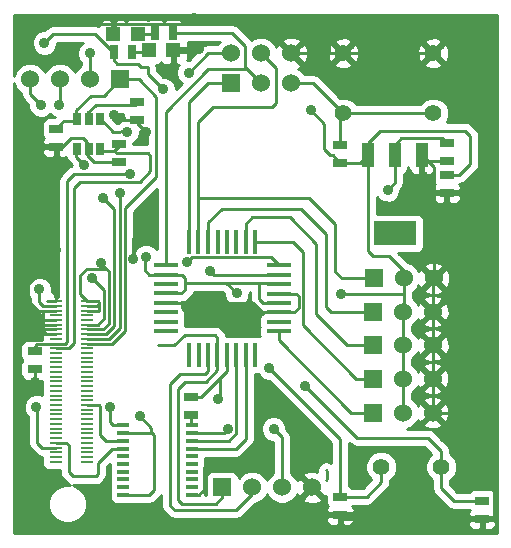
<source format=gtl>
G04 (created by PCBNEW (2013-07-07 BZR 4022)-stable) date 12/31/2015 9:21:21 AM*
%MOIN*%
G04 Gerber Fmt 3.4, Leading zero omitted, Abs format*
%FSLAX34Y34*%
G01*
G70*
G90*
G04 APERTURE LIST*
%ADD10C,0.00590551*%
%ADD11R,0.039X0.012*%
%ADD12R,0.0787X0.0177*%
%ADD13R,0.0177X0.0787*%
%ADD14C,0.055*%
%ADD15R,0.144X0.08*%
%ADD16R,0.04X0.08*%
%ADD17R,0.045X0.025*%
%ADD18R,0.025X0.045*%
%ADD19R,0.06X0.06*%
%ADD20C,0.06*%
%ADD21R,0.0472X0.0472*%
%ADD22C,0.056*%
%ADD23R,0.0448X0.0078*%
%ADD24R,0.0276X0.0394*%
%ADD25C,0.035*%
%ADD26C,0.01*%
G04 APERTURE END LIST*
G54D10*
G54D11*
X45805Y-38167D03*
X45805Y-38422D03*
X45805Y-38678D03*
X45805Y-38934D03*
X45805Y-39190D03*
X45805Y-39446D03*
X45805Y-39702D03*
X45805Y-39958D03*
X48103Y-39958D03*
X48103Y-39702D03*
X48103Y-39446D03*
X48103Y-39190D03*
X48103Y-38934D03*
X48103Y-38678D03*
X48103Y-38422D03*
X48103Y-38167D03*
X45805Y-40214D03*
X45805Y-40470D03*
X48103Y-40214D03*
X48103Y-40470D03*
G54D12*
X51000Y-32824D03*
X51000Y-33139D03*
X51000Y-33454D03*
X51000Y-33769D03*
X51000Y-34084D03*
X51000Y-34399D03*
X51000Y-34714D03*
X51000Y-35029D03*
X47234Y-35027D03*
X47234Y-32817D03*
X47234Y-33137D03*
X47234Y-33457D03*
X47234Y-33767D03*
X47234Y-34087D03*
X47234Y-34397D03*
X47234Y-34717D03*
G54D13*
X50216Y-35817D03*
X49902Y-35817D03*
X49586Y-35817D03*
X49272Y-35817D03*
X48956Y-35817D03*
X48642Y-35817D03*
X48326Y-35817D03*
X48012Y-35817D03*
X50214Y-32037D03*
X49904Y-32037D03*
X49584Y-32037D03*
X49274Y-32037D03*
X48964Y-32037D03*
X48644Y-32037D03*
X48324Y-32037D03*
X48004Y-32037D03*
G54D14*
X53151Y-27763D03*
X53151Y-25763D03*
X56151Y-27763D03*
X56151Y-25763D03*
G54D15*
X54872Y-31756D03*
G54D16*
X54872Y-29156D03*
X53972Y-29156D03*
X55772Y-29156D03*
G54D17*
X57777Y-40670D03*
X57777Y-41270D03*
X53053Y-40544D03*
X53053Y-41144D03*
X48064Y-37203D03*
X48064Y-37803D03*
X43588Y-28274D03*
X43588Y-28874D03*
X56596Y-29809D03*
X56596Y-30409D03*
X56596Y-28751D03*
X56596Y-29351D03*
X46273Y-27400D03*
X46273Y-28000D03*
X42862Y-35700D03*
X42862Y-36300D03*
X45675Y-28786D03*
X45675Y-29386D03*
X53053Y-28804D03*
X53053Y-29404D03*
G54D18*
X47480Y-25081D03*
X46880Y-25081D03*
G54D19*
X45710Y-26629D03*
G54D20*
X44710Y-26629D03*
X43710Y-26629D03*
X42710Y-26629D03*
G54D19*
X49419Y-26767D03*
G54D20*
X49419Y-25767D03*
X50419Y-26767D03*
X50419Y-25767D03*
X51419Y-26767D03*
X51419Y-25767D03*
G54D19*
X54131Y-37735D03*
G54D20*
X55131Y-37735D03*
X56131Y-37735D03*
G54D19*
X54131Y-36602D03*
G54D20*
X55131Y-36602D03*
X56131Y-36602D03*
G54D19*
X54139Y-35487D03*
G54D20*
X55139Y-35487D03*
X56139Y-35487D03*
G54D19*
X54139Y-34373D03*
G54D20*
X55139Y-34373D03*
X56139Y-34373D03*
G54D19*
X54159Y-33263D03*
G54D20*
X55159Y-33263D03*
X56159Y-33263D03*
G54D21*
X46312Y-25109D03*
X45486Y-25109D03*
X46661Y-25654D03*
X47487Y-25654D03*
G54D22*
X54415Y-39544D03*
X56415Y-39544D03*
G54D23*
X43584Y-39374D03*
X44623Y-39374D03*
X43584Y-39216D03*
X44623Y-39216D03*
X43584Y-39059D03*
X44623Y-39059D03*
X43584Y-38901D03*
X44623Y-38901D03*
X43584Y-38744D03*
X44623Y-38744D03*
X43584Y-38586D03*
X44623Y-38586D03*
X43584Y-38429D03*
X44623Y-38429D03*
X43584Y-38271D03*
X44623Y-38271D03*
X43584Y-38114D03*
X44623Y-38114D03*
X43584Y-37956D03*
X44623Y-37956D03*
X43584Y-37799D03*
X44623Y-37799D03*
X43584Y-37641D03*
X44623Y-37641D03*
X43584Y-37484D03*
X44623Y-37484D03*
X43584Y-37326D03*
X44623Y-37326D03*
X43584Y-37169D03*
X44623Y-37169D03*
X43584Y-37011D03*
X44623Y-37011D03*
X43584Y-36854D03*
X44623Y-36854D03*
X43584Y-36696D03*
X44623Y-36696D03*
X43584Y-36539D03*
X44623Y-36539D03*
X43584Y-36381D03*
X44623Y-36381D03*
X43584Y-36224D03*
X44623Y-36224D03*
X43584Y-36066D03*
X44623Y-36066D03*
X43584Y-35909D03*
X44623Y-35909D03*
X43584Y-35752D03*
X44623Y-35752D03*
X43584Y-35594D03*
X44623Y-35594D03*
X43584Y-35437D03*
X44623Y-35437D03*
X43584Y-35279D03*
X44623Y-35279D03*
X43584Y-35122D03*
X44623Y-35122D03*
X43584Y-34964D03*
X44623Y-34964D03*
X43584Y-34807D03*
X44623Y-34807D03*
X43584Y-34649D03*
X44623Y-34649D03*
X43584Y-34492D03*
X44623Y-34492D03*
X43584Y-34334D03*
X44623Y-34334D03*
X43584Y-34177D03*
X44623Y-34177D03*
X43584Y-34019D03*
X44623Y-34019D03*
G54D24*
X44289Y-27964D03*
X44664Y-27964D03*
X45039Y-27964D03*
X45039Y-28964D03*
X44664Y-28964D03*
X44289Y-28964D03*
G54D18*
X45501Y-25704D03*
X46101Y-25704D03*
G54D19*
X49110Y-40230D03*
G54D20*
X50110Y-40230D03*
X51110Y-40230D03*
X52110Y-40230D03*
G54D25*
X42880Y-36702D03*
X46360Y-37867D03*
X44785Y-33256D03*
X54627Y-30309D03*
X47147Y-26964D03*
X45064Y-32766D03*
X43188Y-25416D03*
X43671Y-27480D03*
X45139Y-30574D03*
X46048Y-29781D03*
X45945Y-28377D03*
X48944Y-39445D03*
X48328Y-25604D03*
X48190Y-24583D03*
X46128Y-32624D03*
X46317Y-31765D03*
X46580Y-28399D03*
X48210Y-34674D03*
X43580Y-32304D03*
X55809Y-29864D03*
X45512Y-27812D03*
X52659Y-25294D03*
X42919Y-37535D03*
X45379Y-37539D03*
X48722Y-33007D03*
X51872Y-36836D03*
X47935Y-32732D03*
X50690Y-36259D03*
X48980Y-37274D03*
X44714Y-25767D03*
X45694Y-30428D03*
X43080Y-27487D03*
X43021Y-33633D03*
X50830Y-38280D03*
X44518Y-29483D03*
X52060Y-27664D03*
X48000Y-26404D03*
X53065Y-33774D03*
X49600Y-33767D03*
X46576Y-32542D03*
X49320Y-38294D03*
G54D26*
X52600Y-39944D02*
X52568Y-39976D01*
X52600Y-39684D02*
X52600Y-39944D01*
X52580Y-39665D02*
X52600Y-39684D01*
X42862Y-36300D02*
X42862Y-36684D01*
X42862Y-36684D02*
X42880Y-36702D01*
X44623Y-34807D02*
X44965Y-34807D01*
X46753Y-38260D02*
X46753Y-38422D01*
X46360Y-37867D02*
X46753Y-38260D01*
X45179Y-33649D02*
X44785Y-33256D01*
X45179Y-34594D02*
X45179Y-33649D01*
X44965Y-34807D02*
X45179Y-34594D01*
X45805Y-38422D02*
X46753Y-38422D01*
X46753Y-38422D02*
X46771Y-38422D01*
X46688Y-40470D02*
X45805Y-40470D01*
X46836Y-40322D02*
X46688Y-40470D01*
X46836Y-38487D02*
X46836Y-40322D01*
X46771Y-38422D02*
X46836Y-38487D01*
X46632Y-26228D02*
X46416Y-26228D01*
X54872Y-30064D02*
X54627Y-30309D01*
X46632Y-26448D02*
X46632Y-26228D01*
X46632Y-26448D02*
X47147Y-26964D01*
X54872Y-29156D02*
X54872Y-30064D01*
X45501Y-25999D02*
X45501Y-25704D01*
X45619Y-26117D02*
X45501Y-25999D01*
X46305Y-26117D02*
X45619Y-26117D01*
X46416Y-26228D02*
X46305Y-26117D01*
X45501Y-25704D02*
X45472Y-25704D01*
X45472Y-25704D02*
X44883Y-25114D01*
X44883Y-25114D02*
X43489Y-25114D01*
X43489Y-25114D02*
X43188Y-25416D01*
X45064Y-32766D02*
X45245Y-32947D01*
X45245Y-32947D02*
X44593Y-32947D01*
X44388Y-33784D02*
X44623Y-34019D01*
X44388Y-33152D02*
X44388Y-33784D01*
X44593Y-32947D02*
X44388Y-33152D01*
X45147Y-34964D02*
X44623Y-34964D01*
X45245Y-32947D02*
X45330Y-33032D01*
X45330Y-33032D02*
X45330Y-34782D01*
X45330Y-34782D02*
X45147Y-34964D01*
X54872Y-29156D02*
X54872Y-28805D01*
X56437Y-28592D02*
X56596Y-28751D01*
X55084Y-28592D02*
X56437Y-28592D01*
X54872Y-28805D02*
X55084Y-28592D01*
X44623Y-34177D02*
X44950Y-34177D01*
X44950Y-34177D02*
X45021Y-34106D01*
X44623Y-34019D02*
X44974Y-34019D01*
X44974Y-34019D02*
X45021Y-34066D01*
X45021Y-34066D02*
X45021Y-34106D01*
X44997Y-34334D02*
X44623Y-34334D01*
X45021Y-34310D02*
X44997Y-34334D01*
X45021Y-34106D02*
X45021Y-34310D01*
X44623Y-35122D02*
X45241Y-35122D01*
X43710Y-27440D02*
X43710Y-26629D01*
X43671Y-27480D02*
X43710Y-27440D01*
X45517Y-30952D02*
X45139Y-30574D01*
X45517Y-34846D02*
X45517Y-30952D01*
X45241Y-35122D02*
X45517Y-34846D01*
X42862Y-35700D02*
X42862Y-35533D01*
X42958Y-35437D02*
X43584Y-35437D01*
X42862Y-35533D02*
X42958Y-35437D01*
X45039Y-27964D02*
X45059Y-27964D01*
X46046Y-29779D02*
X45817Y-29779D01*
X46048Y-29781D02*
X46046Y-29779D01*
X45958Y-28363D02*
X45945Y-28377D01*
X45481Y-28372D02*
X45958Y-28363D01*
X45059Y-27964D02*
X45481Y-28372D01*
X44183Y-29779D02*
X45817Y-29779D01*
X43938Y-30023D02*
X44183Y-29779D01*
X43938Y-35369D02*
X43938Y-30023D01*
X43584Y-35437D02*
X43871Y-35437D01*
X43871Y-35437D02*
X43938Y-35369D01*
X48103Y-40470D02*
X48338Y-40470D01*
X48622Y-39445D02*
X48944Y-39445D01*
X48510Y-39557D02*
X48622Y-39445D01*
X48510Y-40299D02*
X48510Y-39557D01*
X48338Y-40470D02*
X48510Y-40299D01*
X47458Y-26228D02*
X47458Y-25606D01*
X48303Y-25578D02*
X48328Y-25604D01*
X47430Y-25578D02*
X48303Y-25578D01*
X47458Y-25606D02*
X47430Y-25578D01*
X45017Y-24777D02*
X47997Y-24777D01*
X47997Y-24777D02*
X48190Y-24583D01*
X52041Y-39980D02*
X52045Y-39976D01*
X46273Y-28000D02*
X46273Y-28092D01*
X46128Y-31954D02*
X46128Y-32624D01*
X46317Y-31765D02*
X46128Y-31954D01*
X46273Y-28092D02*
X46580Y-28399D01*
X56131Y-37735D02*
X57432Y-37735D01*
X58169Y-41270D02*
X57777Y-41270D01*
X58182Y-41257D02*
X58169Y-41270D01*
X58182Y-38485D02*
X58182Y-41257D01*
X57432Y-37735D02*
X58182Y-38485D01*
X47780Y-34087D02*
X47780Y-34244D01*
X47780Y-34244D02*
X48210Y-34674D01*
X43584Y-32308D02*
X43584Y-32544D01*
X43580Y-32304D02*
X43584Y-32308D01*
X43584Y-33550D02*
X43584Y-32544D01*
X43584Y-32544D02*
X43584Y-28879D01*
X43584Y-28879D02*
X43588Y-28874D01*
X55772Y-29156D02*
X55772Y-29826D01*
X55772Y-29826D02*
X55809Y-29864D01*
X45675Y-29386D02*
X44856Y-29386D01*
X46273Y-28000D02*
X45721Y-28000D01*
X45721Y-28000D02*
X45512Y-27812D01*
X52659Y-25294D02*
X52659Y-25767D01*
X53053Y-41144D02*
X52726Y-41144D01*
X52045Y-40462D02*
X52045Y-39976D01*
X57777Y-41270D02*
X53179Y-41270D01*
X53179Y-41270D02*
X53053Y-41144D01*
X56596Y-30409D02*
X56258Y-30409D01*
X56258Y-30409D02*
X56159Y-30507D01*
X56596Y-29351D02*
X55967Y-29351D01*
X55967Y-29351D02*
X55772Y-29156D01*
X56159Y-33263D02*
X56159Y-30507D01*
X56159Y-30507D02*
X56159Y-29543D01*
X56159Y-29543D02*
X55772Y-29156D01*
X56139Y-34373D02*
X56139Y-33283D01*
X56139Y-33283D02*
X56159Y-33263D01*
X56139Y-35487D02*
X56139Y-34373D01*
X56131Y-36602D02*
X56131Y-35495D01*
X56131Y-35495D02*
X56139Y-35487D01*
X56131Y-37735D02*
X56131Y-36602D01*
X43588Y-28874D02*
X43784Y-28874D01*
X43784Y-28874D02*
X44072Y-28586D01*
X44072Y-28586D02*
X44486Y-28586D01*
X44486Y-28586D02*
X44624Y-28724D01*
X43183Y-34334D02*
X42982Y-34334D01*
X43584Y-33550D02*
X43584Y-34019D01*
X43218Y-33184D02*
X43584Y-33550D01*
X42927Y-33184D02*
X43218Y-33184D01*
X42647Y-33464D02*
X42927Y-33184D01*
X42647Y-33999D02*
X42647Y-33464D01*
X42982Y-34334D02*
X42647Y-33999D01*
X51419Y-25767D02*
X52659Y-25767D01*
X52659Y-25767D02*
X53147Y-25767D01*
X53147Y-25767D02*
X53151Y-25763D01*
X53151Y-25763D02*
X56151Y-25763D01*
X43584Y-34964D02*
X43170Y-34964D01*
X43170Y-34964D02*
X43127Y-35007D01*
X43584Y-34807D02*
X43127Y-34807D01*
X43127Y-34807D02*
X43127Y-34814D01*
X43584Y-34649D02*
X43127Y-34649D01*
X43127Y-34649D02*
X43127Y-34653D01*
X43584Y-34334D02*
X43183Y-34334D01*
X43183Y-34334D02*
X43127Y-34334D01*
X43127Y-34334D02*
X43127Y-34334D01*
X43584Y-34019D02*
X43273Y-34019D01*
X43243Y-35122D02*
X43584Y-35122D01*
X43127Y-35007D02*
X43243Y-35122D01*
X43127Y-34334D02*
X43127Y-34653D01*
X43127Y-34653D02*
X43127Y-34814D01*
X43127Y-34814D02*
X43127Y-35007D01*
X51000Y-34399D02*
X50448Y-34399D01*
X50136Y-34087D02*
X47780Y-34087D01*
X47780Y-34087D02*
X47234Y-34087D01*
X50448Y-34399D02*
X50136Y-34087D01*
X51000Y-34399D02*
X51500Y-34399D01*
X51582Y-33769D02*
X51000Y-33769D01*
X51663Y-33850D02*
X51582Y-33769D01*
X51663Y-34235D02*
X51663Y-33850D01*
X51500Y-34399D02*
X51663Y-34235D01*
X44624Y-29153D02*
X44624Y-29011D01*
X44856Y-29386D02*
X44624Y-29153D01*
X44624Y-28724D02*
X44624Y-29011D01*
X48004Y-32037D02*
X48004Y-27391D01*
X48627Y-26767D02*
X49419Y-26767D01*
X48004Y-27391D02*
X48627Y-26767D01*
X54159Y-33263D02*
X53104Y-33263D01*
X52001Y-30582D02*
X48324Y-30582D01*
X52875Y-31456D02*
X52001Y-30582D01*
X52875Y-33035D02*
X52875Y-31456D01*
X53104Y-33263D02*
X52875Y-33035D01*
X48324Y-32037D02*
X48324Y-30582D01*
X48324Y-30582D02*
X48324Y-28035D01*
X50911Y-26259D02*
X50419Y-25767D01*
X50911Y-27405D02*
X50911Y-26259D01*
X50777Y-27539D02*
X50911Y-27405D01*
X49643Y-27539D02*
X50777Y-27539D01*
X49639Y-27543D02*
X49643Y-27539D01*
X48816Y-27543D02*
X49639Y-27543D01*
X48324Y-28035D02*
X48816Y-27543D01*
X54131Y-37735D02*
X53407Y-37735D01*
X51000Y-35328D02*
X51000Y-35029D01*
X53407Y-37735D02*
X51000Y-35328D01*
X45805Y-38934D02*
X45452Y-38934D01*
X43916Y-38744D02*
X43584Y-38744D01*
X43994Y-38822D02*
X43916Y-38744D01*
X43994Y-39708D02*
X43994Y-38822D01*
X44151Y-39865D02*
X43994Y-39708D01*
X44895Y-39865D02*
X44151Y-39865D01*
X44978Y-39783D02*
X44895Y-39865D01*
X44978Y-39409D02*
X44978Y-39783D01*
X45452Y-38934D02*
X44978Y-39409D01*
X44624Y-28011D02*
X44624Y-27751D01*
X44895Y-27480D02*
X46194Y-27480D01*
X44624Y-27751D02*
X44895Y-27480D01*
X46194Y-27480D02*
X46273Y-27400D01*
X46101Y-25704D02*
X46612Y-25704D01*
X46612Y-25704D02*
X46661Y-25654D01*
X45805Y-38678D02*
X45251Y-38678D01*
X44631Y-37476D02*
X44623Y-37484D01*
X45013Y-37476D02*
X44631Y-37476D01*
X45057Y-37519D02*
X45013Y-37476D01*
X45057Y-38484D02*
X45057Y-37519D01*
X45251Y-38678D02*
X45057Y-38484D01*
X45805Y-38167D02*
X45480Y-38167D01*
X43112Y-38901D02*
X43584Y-38901D01*
X42946Y-38735D02*
X43112Y-38901D01*
X42946Y-37562D02*
X42946Y-38735D01*
X42919Y-37535D02*
X42946Y-37562D01*
X45379Y-38066D02*
X45379Y-37539D01*
X45480Y-38167D02*
X45379Y-38066D01*
X56415Y-39544D02*
X56415Y-39028D01*
X48854Y-33139D02*
X51000Y-33139D01*
X48722Y-33007D02*
X48854Y-33139D01*
X53610Y-38574D02*
X51872Y-36836D01*
X55960Y-38574D02*
X53610Y-38574D01*
X56415Y-39028D02*
X55960Y-38574D01*
X57777Y-40670D02*
X56828Y-40670D01*
X56415Y-40256D02*
X56415Y-39544D01*
X56828Y-40670D02*
X56415Y-40256D01*
X53053Y-40544D02*
X53053Y-38621D01*
X50733Y-32557D02*
X51000Y-32824D01*
X48110Y-32557D02*
X50733Y-32557D01*
X47935Y-32732D02*
X48110Y-32557D01*
X53053Y-38621D02*
X50690Y-36259D01*
X53053Y-40544D02*
X53925Y-40544D01*
X54415Y-40053D02*
X54415Y-39544D01*
X53925Y-40544D02*
X54415Y-40053D01*
X46312Y-25109D02*
X46852Y-25109D01*
X46852Y-25109D02*
X46880Y-25081D01*
X46722Y-29232D02*
X46722Y-29169D01*
X44009Y-35594D02*
X44179Y-35424D01*
X44179Y-35424D02*
X44179Y-30259D01*
X44179Y-30259D02*
X44391Y-30046D01*
X44391Y-30046D02*
X46368Y-30046D01*
X46368Y-30046D02*
X46722Y-29692D01*
X46722Y-29692D02*
X46722Y-29232D01*
X43584Y-35594D02*
X44009Y-35594D01*
X45675Y-28786D02*
X45675Y-28842D01*
X45675Y-28842D02*
X45505Y-29011D01*
X45592Y-29098D02*
X45505Y-29011D01*
X46651Y-29098D02*
X45592Y-29098D01*
X46722Y-29169D02*
X46651Y-29098D01*
X45505Y-29011D02*
X44999Y-29011D01*
X49027Y-36581D02*
X49027Y-37226D01*
X49027Y-37226D02*
X48980Y-37274D01*
X53053Y-28804D02*
X53053Y-27861D01*
X53053Y-27861D02*
X53151Y-27763D01*
X48064Y-37203D02*
X48404Y-37203D01*
X49272Y-36335D02*
X49272Y-35817D01*
X48404Y-37203D02*
X49027Y-36581D01*
X49027Y-36581D02*
X49272Y-36335D01*
X51419Y-26767D02*
X52155Y-26767D01*
X52155Y-26767D02*
X53151Y-27763D01*
X53151Y-27763D02*
X56151Y-27763D01*
X54131Y-36602D02*
X53588Y-36602D01*
X51464Y-32037D02*
X50214Y-32037D01*
X51809Y-32381D02*
X51464Y-32037D01*
X51809Y-34822D02*
X51809Y-32381D01*
X53588Y-36602D02*
X51809Y-34822D01*
X54139Y-35487D02*
X53285Y-35487D01*
X49904Y-31439D02*
X49904Y-32037D01*
X50120Y-31224D02*
X49904Y-31439D01*
X51360Y-31224D02*
X50120Y-31224D01*
X52238Y-32102D02*
X51360Y-31224D01*
X52238Y-34440D02*
X52238Y-32102D01*
X53285Y-35487D02*
X52238Y-34440D01*
X54139Y-34373D02*
X52738Y-34373D01*
X48644Y-31396D02*
X48644Y-32037D01*
X49096Y-30944D02*
X48644Y-31396D01*
X51753Y-30944D02*
X49096Y-30944D01*
X52580Y-31771D02*
X51753Y-30944D01*
X52580Y-34216D02*
X52580Y-31771D01*
X52738Y-34373D02*
X52580Y-34216D01*
X47480Y-25081D02*
X49448Y-25081D01*
X49868Y-26216D02*
X49950Y-26298D01*
X49868Y-25501D02*
X49868Y-26216D01*
X49448Y-25081D02*
X49868Y-25501D01*
X47234Y-32817D02*
X47234Y-27716D01*
X49950Y-26298D02*
X50419Y-26767D01*
X48651Y-26298D02*
X49950Y-26298D01*
X47234Y-27716D02*
X48651Y-26298D01*
X44623Y-35279D02*
X45348Y-35279D01*
X44710Y-25771D02*
X44710Y-26629D01*
X44714Y-25767D02*
X44710Y-25771D01*
X45694Y-34932D02*
X45694Y-30428D01*
X45348Y-35279D02*
X45694Y-34932D01*
X43584Y-34177D02*
X43136Y-34177D01*
X42710Y-27117D02*
X42710Y-26629D01*
X43080Y-27487D02*
X42710Y-27117D01*
X43021Y-34062D02*
X43021Y-33633D01*
X43136Y-34177D02*
X43021Y-34062D01*
X51110Y-40230D02*
X51110Y-38560D01*
X51110Y-38560D02*
X50830Y-38280D01*
X44249Y-29011D02*
X44249Y-29214D01*
X44249Y-29214D02*
X44518Y-29483D01*
X49419Y-25767D02*
X48636Y-25767D01*
X52793Y-29144D02*
X53053Y-29404D01*
X52700Y-29144D02*
X52793Y-29144D01*
X52520Y-28964D02*
X52700Y-29144D01*
X52520Y-28124D02*
X52520Y-28964D01*
X52060Y-27664D02*
X52520Y-28124D01*
X48636Y-25767D02*
X48000Y-26404D01*
X49187Y-33401D02*
X49234Y-33401D01*
X53072Y-33781D02*
X55159Y-33781D01*
X53065Y-33774D02*
X53072Y-33781D01*
X49234Y-33401D02*
X49600Y-33767D01*
X48103Y-38422D02*
X49175Y-38422D01*
X46688Y-33137D02*
X47234Y-33137D01*
X46527Y-32976D02*
X46688Y-33137D01*
X46527Y-32591D02*
X46527Y-32976D01*
X46576Y-32542D02*
X46527Y-32591D01*
X49304Y-38294D02*
X49320Y-38294D01*
X49175Y-38422D02*
X49304Y-38294D01*
X53972Y-29156D02*
X53972Y-28760D01*
X57015Y-29809D02*
X56596Y-29809D01*
X57383Y-29440D02*
X57015Y-29809D01*
X57383Y-28520D02*
X57383Y-29440D01*
X57203Y-28340D02*
X57383Y-28520D01*
X54391Y-28340D02*
X57203Y-28340D01*
X53972Y-28760D02*
X54391Y-28340D01*
X53053Y-29404D02*
X53724Y-29404D01*
X53724Y-29404D02*
X53972Y-29156D01*
X55159Y-33263D02*
X55159Y-33005D01*
X53972Y-32345D02*
X53972Y-29156D01*
X54140Y-32514D02*
X53972Y-32345D01*
X54667Y-32514D02*
X54140Y-32514D01*
X55159Y-33005D02*
X54667Y-32514D01*
X55131Y-37735D02*
X55131Y-36602D01*
X55131Y-36602D02*
X55131Y-35495D01*
X55131Y-35495D02*
X55139Y-35487D01*
X55139Y-35487D02*
X55139Y-34373D01*
X55159Y-33263D02*
X55159Y-33781D01*
X55159Y-33781D02*
X55159Y-34354D01*
X55159Y-34354D02*
X55139Y-34373D01*
X51000Y-34084D02*
X50476Y-34084D01*
X50336Y-33944D02*
X50336Y-33401D01*
X50476Y-34084D02*
X50336Y-33944D01*
X47883Y-33401D02*
X49187Y-33401D01*
X49187Y-33401D02*
X50336Y-33401D01*
X50336Y-33401D02*
X50947Y-33401D01*
X50947Y-33401D02*
X51000Y-33454D01*
X47234Y-33767D02*
X47758Y-33767D01*
X47765Y-33137D02*
X47234Y-33137D01*
X47883Y-33255D02*
X47765Y-33137D01*
X47883Y-33641D02*
X47883Y-33401D01*
X47883Y-33401D02*
X47883Y-33255D01*
X47758Y-33767D02*
X47883Y-33641D01*
X48064Y-37803D02*
X48064Y-38128D01*
X48064Y-38128D02*
X48103Y-38167D01*
X49586Y-35817D02*
X49586Y-38419D01*
X49326Y-38678D02*
X48103Y-38678D01*
X49586Y-38419D02*
X49326Y-38678D01*
X49110Y-40230D02*
X49110Y-40560D01*
X48956Y-36333D02*
X48956Y-35817D01*
X48570Y-36720D02*
X48956Y-36333D01*
X47870Y-36720D02*
X48570Y-36720D01*
X47630Y-36960D02*
X47870Y-36720D01*
X47630Y-40640D02*
X47630Y-36960D01*
X47760Y-40770D02*
X47630Y-40640D01*
X48900Y-40770D02*
X47760Y-40770D01*
X49110Y-40560D02*
X48900Y-40770D01*
X46973Y-35500D02*
X47514Y-35500D01*
X48956Y-35236D02*
X48956Y-35817D01*
X48864Y-35144D02*
X48956Y-35236D01*
X47870Y-35144D02*
X48864Y-35144D01*
X47514Y-35500D02*
X47870Y-35144D01*
X50110Y-40230D02*
X50110Y-40460D01*
X48642Y-36367D02*
X48642Y-35817D01*
X48550Y-36460D02*
X48642Y-36367D01*
X47710Y-36460D02*
X48550Y-36460D01*
X47390Y-36780D02*
X47710Y-36460D01*
X47390Y-40840D02*
X47390Y-36780D01*
X47530Y-40980D02*
X47390Y-40840D01*
X49590Y-40980D02*
X47530Y-40980D01*
X50110Y-40460D02*
X49590Y-40980D01*
X49902Y-35817D02*
X49902Y-38607D01*
X49574Y-38934D02*
X48103Y-38934D01*
X49902Y-38607D02*
X49574Y-38934D01*
X43836Y-28011D02*
X44249Y-28011D01*
X44249Y-28011D02*
X44249Y-27666D01*
X44249Y-27666D02*
X44734Y-27180D01*
X44734Y-27180D02*
X45159Y-27180D01*
X43588Y-28274D02*
X43588Y-28259D01*
X43588Y-28259D02*
X43836Y-28011D01*
X44623Y-35437D02*
X45434Y-35437D01*
X46336Y-26629D02*
X45710Y-26629D01*
X46911Y-27204D02*
X46336Y-26629D01*
X46911Y-29873D02*
X46911Y-27204D01*
X45860Y-30924D02*
X46911Y-29873D01*
X45860Y-35011D02*
X45860Y-30924D01*
X45434Y-35437D02*
X45860Y-35011D01*
X45159Y-27180D02*
X45710Y-26629D01*
G54D10*
G36*
X45861Y-27950D02*
X45798Y-27950D01*
X45798Y-27977D01*
X45704Y-28016D01*
X45651Y-28069D01*
X45600Y-28070D01*
X45427Y-27902D01*
X45427Y-27780D01*
X45817Y-27780D01*
X45798Y-27826D01*
X45798Y-27888D01*
X45861Y-27950D01*
X45861Y-27950D01*
G37*
G54D26*
X45861Y-27950D02*
X45798Y-27950D01*
X45798Y-27977D01*
X45704Y-28016D01*
X45651Y-28069D01*
X45600Y-28070D01*
X45427Y-27902D01*
X45427Y-27780D01*
X45817Y-27780D01*
X45798Y-27826D01*
X45798Y-27888D01*
X45861Y-27950D01*
G54D10*
G36*
X46331Y-28050D02*
X46323Y-28050D01*
X46323Y-28058D01*
X46227Y-28058D01*
X46223Y-28054D01*
X46223Y-28050D01*
X46219Y-28050D01*
X46215Y-28046D01*
X46215Y-27950D01*
X46223Y-27950D01*
X46223Y-27942D01*
X46323Y-27942D01*
X46323Y-27950D01*
X46331Y-27950D01*
X46331Y-28050D01*
X46331Y-28050D01*
G37*
G54D26*
X46331Y-28050D02*
X46323Y-28050D01*
X46323Y-28058D01*
X46227Y-28058D01*
X46223Y-28054D01*
X46223Y-28050D01*
X46219Y-28050D01*
X46215Y-28046D01*
X46215Y-27950D01*
X46223Y-27950D01*
X46223Y-27942D01*
X46323Y-27942D01*
X46323Y-27950D01*
X46331Y-27950D01*
X46331Y-28050D01*
G54D10*
G36*
X46611Y-28798D02*
X46150Y-28798D01*
X46150Y-28752D01*
X46185Y-28737D01*
X46305Y-28618D01*
X46369Y-28461D01*
X46370Y-28359D01*
X46386Y-28375D01*
X46449Y-28375D01*
X46548Y-28375D01*
X46611Y-28349D01*
X46611Y-28798D01*
X46611Y-28798D01*
G37*
G54D26*
X46611Y-28798D02*
X46150Y-28798D01*
X46150Y-28752D01*
X46185Y-28737D01*
X46305Y-28618D01*
X46369Y-28461D01*
X46370Y-28359D01*
X46386Y-28375D01*
X46449Y-28375D01*
X46548Y-28375D01*
X46611Y-28349D01*
X46611Y-28798D01*
G54D10*
G36*
X46934Y-32299D02*
X46817Y-32181D01*
X46660Y-32117D01*
X46491Y-32116D01*
X46335Y-32181D01*
X46215Y-32300D01*
X46160Y-32435D01*
X46160Y-31049D01*
X46934Y-30275D01*
X46934Y-32299D01*
X46934Y-32299D01*
G37*
G54D26*
X46934Y-32299D02*
X46817Y-32181D01*
X46660Y-32117D01*
X46491Y-32116D01*
X46335Y-32181D01*
X46215Y-32300D01*
X46160Y-32435D01*
X46160Y-31049D01*
X46934Y-30275D01*
X46934Y-32299D01*
G54D10*
G36*
X49027Y-25381D02*
X48953Y-25455D01*
X48948Y-25467D01*
X48636Y-25467D01*
X48521Y-25490D01*
X48424Y-25555D01*
X48000Y-25979D01*
X47957Y-25978D01*
X47973Y-25940D01*
X47973Y-25840D01*
X47973Y-25767D01*
X47911Y-25704D01*
X47537Y-25704D01*
X47537Y-26078D01*
X47600Y-26140D01*
X47662Y-26140D01*
X47639Y-26162D01*
X47575Y-26319D01*
X47574Y-26488D01*
X47639Y-26644D01*
X47758Y-26764D01*
X47761Y-26765D01*
X47572Y-26953D01*
X47572Y-26879D01*
X47508Y-26723D01*
X47388Y-26603D01*
X47232Y-26539D01*
X47146Y-26538D01*
X46932Y-26324D01*
X46932Y-26228D01*
X46914Y-26140D01*
X46947Y-26140D01*
X47038Y-26102D01*
X47074Y-26067D01*
X47110Y-26102D01*
X47201Y-26140D01*
X47375Y-26140D01*
X47437Y-26078D01*
X47437Y-25704D01*
X47429Y-25704D01*
X47429Y-25604D01*
X47437Y-25604D01*
X47437Y-25596D01*
X47537Y-25596D01*
X47537Y-25604D01*
X47911Y-25604D01*
X47973Y-25542D01*
X47973Y-25468D01*
X47973Y-25381D01*
X49027Y-25381D01*
X49027Y-25381D01*
G37*
G54D26*
X49027Y-25381D02*
X48953Y-25455D01*
X48948Y-25467D01*
X48636Y-25467D01*
X48521Y-25490D01*
X48424Y-25555D01*
X48000Y-25979D01*
X47957Y-25978D01*
X47973Y-25940D01*
X47973Y-25840D01*
X47973Y-25767D01*
X47911Y-25704D01*
X47537Y-25704D01*
X47537Y-26078D01*
X47600Y-26140D01*
X47662Y-26140D01*
X47639Y-26162D01*
X47575Y-26319D01*
X47574Y-26488D01*
X47639Y-26644D01*
X47758Y-26764D01*
X47761Y-26765D01*
X47572Y-26953D01*
X47572Y-26879D01*
X47508Y-26723D01*
X47388Y-26603D01*
X47232Y-26539D01*
X47146Y-26538D01*
X46932Y-26324D01*
X46932Y-26228D01*
X46914Y-26140D01*
X46947Y-26140D01*
X47038Y-26102D01*
X47074Y-26067D01*
X47110Y-26102D01*
X47201Y-26140D01*
X47375Y-26140D01*
X47437Y-26078D01*
X47437Y-25704D01*
X47429Y-25704D01*
X47429Y-25604D01*
X47437Y-25604D01*
X47437Y-25596D01*
X47537Y-25596D01*
X47537Y-25604D01*
X47911Y-25604D01*
X47973Y-25542D01*
X47973Y-25468D01*
X47973Y-25381D01*
X49027Y-25381D01*
G54D10*
G36*
X50500Y-34399D02*
X50465Y-34413D01*
X50435Y-34443D01*
X50419Y-34443D01*
X50356Y-34505D01*
X50356Y-34537D01*
X50364Y-34556D01*
X50356Y-34575D01*
X50356Y-34675D01*
X50356Y-34852D01*
X50364Y-34871D01*
X50356Y-34890D01*
X50356Y-34990D01*
X50356Y-35167D01*
X50360Y-35175D01*
X50354Y-35173D01*
X50255Y-35173D01*
X50078Y-35173D01*
X50059Y-35181D01*
X50040Y-35173D01*
X49941Y-35173D01*
X49764Y-35173D01*
X49744Y-35181D01*
X49724Y-35173D01*
X49625Y-35173D01*
X49448Y-35173D01*
X49429Y-35181D01*
X49410Y-35173D01*
X49311Y-35173D01*
X49243Y-35173D01*
X49233Y-35121D01*
X49168Y-35024D01*
X49168Y-35024D01*
X49076Y-34932D01*
X48979Y-34867D01*
X48864Y-34844D01*
X47877Y-34844D01*
X47877Y-34756D01*
X47877Y-34579D01*
X47868Y-34557D01*
X47877Y-34535D01*
X47877Y-34436D01*
X47877Y-34259D01*
X47870Y-34242D01*
X47877Y-34225D01*
X47877Y-34193D01*
X47815Y-34131D01*
X47804Y-34131D01*
X47769Y-34096D01*
X47734Y-34082D01*
X47769Y-34067D01*
X47772Y-34064D01*
X47873Y-34044D01*
X47873Y-34044D01*
X47877Y-34041D01*
X47877Y-34041D01*
X47877Y-34041D01*
X47970Y-33979D01*
X48095Y-33853D01*
X48161Y-33756D01*
X48171Y-33701D01*
X49110Y-33701D01*
X49175Y-33766D01*
X49174Y-33851D01*
X49239Y-34007D01*
X49358Y-34127D01*
X49515Y-34191D01*
X49684Y-34192D01*
X49840Y-34127D01*
X49960Y-34008D01*
X50024Y-33851D01*
X50025Y-33701D01*
X50036Y-33701D01*
X50036Y-33944D01*
X50059Y-34059D01*
X50124Y-34156D01*
X50263Y-34296D01*
X50356Y-34358D01*
X50356Y-34358D01*
X50361Y-34361D01*
X50461Y-34381D01*
X50465Y-34384D01*
X50500Y-34399D01*
X50500Y-34399D01*
G37*
G54D26*
X50500Y-34399D02*
X50465Y-34413D01*
X50435Y-34443D01*
X50419Y-34443D01*
X50356Y-34505D01*
X50356Y-34537D01*
X50364Y-34556D01*
X50356Y-34575D01*
X50356Y-34675D01*
X50356Y-34852D01*
X50364Y-34871D01*
X50356Y-34890D01*
X50356Y-34990D01*
X50356Y-35167D01*
X50360Y-35175D01*
X50354Y-35173D01*
X50255Y-35173D01*
X50078Y-35173D01*
X50059Y-35181D01*
X50040Y-35173D01*
X49941Y-35173D01*
X49764Y-35173D01*
X49744Y-35181D01*
X49724Y-35173D01*
X49625Y-35173D01*
X49448Y-35173D01*
X49429Y-35181D01*
X49410Y-35173D01*
X49311Y-35173D01*
X49243Y-35173D01*
X49233Y-35121D01*
X49168Y-35024D01*
X49168Y-35024D01*
X49076Y-34932D01*
X48979Y-34867D01*
X48864Y-34844D01*
X47877Y-34844D01*
X47877Y-34756D01*
X47877Y-34579D01*
X47868Y-34557D01*
X47877Y-34535D01*
X47877Y-34436D01*
X47877Y-34259D01*
X47870Y-34242D01*
X47877Y-34225D01*
X47877Y-34193D01*
X47815Y-34131D01*
X47804Y-34131D01*
X47769Y-34096D01*
X47734Y-34082D01*
X47769Y-34067D01*
X47772Y-34064D01*
X47873Y-34044D01*
X47873Y-34044D01*
X47877Y-34041D01*
X47877Y-34041D01*
X47877Y-34041D01*
X47970Y-33979D01*
X48095Y-33853D01*
X48161Y-33756D01*
X48171Y-33701D01*
X49110Y-33701D01*
X49175Y-33766D01*
X49174Y-33851D01*
X49239Y-34007D01*
X49358Y-34127D01*
X49515Y-34191D01*
X49684Y-34192D01*
X49840Y-34127D01*
X49960Y-34008D01*
X50024Y-33851D01*
X50025Y-33701D01*
X50036Y-33701D01*
X50036Y-33944D01*
X50059Y-34059D01*
X50124Y-34156D01*
X50263Y-34296D01*
X50356Y-34358D01*
X50356Y-34358D01*
X50361Y-34361D01*
X50461Y-34381D01*
X50465Y-34384D01*
X50500Y-34399D01*
G54D10*
G36*
X56654Y-29401D02*
X56646Y-29401D01*
X56646Y-29409D01*
X56546Y-29409D01*
X56546Y-29401D01*
X56538Y-29401D01*
X56538Y-29301D01*
X56546Y-29301D01*
X56546Y-29293D01*
X56646Y-29293D01*
X56646Y-29301D01*
X56654Y-29301D01*
X56654Y-29401D01*
X56654Y-29401D01*
G37*
G54D26*
X56654Y-29401D02*
X56646Y-29401D01*
X56646Y-29409D01*
X56546Y-29409D01*
X56546Y-29401D01*
X56538Y-29401D01*
X56538Y-29301D01*
X56546Y-29301D01*
X56546Y-29293D01*
X56646Y-29293D01*
X56646Y-29301D01*
X56654Y-29301D01*
X56654Y-29401D01*
G54D10*
G36*
X58285Y-41765D02*
X58252Y-41765D01*
X58252Y-41444D01*
X58252Y-41382D01*
X58190Y-41320D01*
X57827Y-41320D01*
X57827Y-41582D01*
X57890Y-41645D01*
X57953Y-41645D01*
X58052Y-41644D01*
X58144Y-41606D01*
X58214Y-41536D01*
X58252Y-41444D01*
X58252Y-41765D01*
X57727Y-41765D01*
X57727Y-41582D01*
X57727Y-41320D01*
X57365Y-41320D01*
X57302Y-41382D01*
X57302Y-41444D01*
X57340Y-41536D01*
X57410Y-41606D01*
X57502Y-41644D01*
X57602Y-41645D01*
X57665Y-41645D01*
X57727Y-41582D01*
X57727Y-41765D01*
X53528Y-41765D01*
X53528Y-41318D01*
X53528Y-41256D01*
X53465Y-41194D01*
X53103Y-41194D01*
X53103Y-41456D01*
X53165Y-41519D01*
X53228Y-41519D01*
X53328Y-41518D01*
X53419Y-41480D01*
X53490Y-41410D01*
X53528Y-41318D01*
X53528Y-41765D01*
X53003Y-41765D01*
X53003Y-41456D01*
X53003Y-41194D01*
X52640Y-41194D01*
X52578Y-41256D01*
X52578Y-41318D01*
X52616Y-41410D01*
X52686Y-41480D01*
X52778Y-41518D01*
X52877Y-41519D01*
X52940Y-41519D01*
X53003Y-41456D01*
X53003Y-41765D01*
X52425Y-41765D01*
X52425Y-40615D01*
X52110Y-40300D01*
X51794Y-40615D01*
X51822Y-40711D01*
X52028Y-40784D01*
X52246Y-40773D01*
X52397Y-40711D01*
X52425Y-40615D01*
X52425Y-41765D01*
X42164Y-41765D01*
X42164Y-26748D01*
X42244Y-26940D01*
X42398Y-27095D01*
X42410Y-27100D01*
X42410Y-27117D01*
X42433Y-27232D01*
X42498Y-27329D01*
X42655Y-27487D01*
X42655Y-27572D01*
X42720Y-27728D01*
X42839Y-27848D01*
X42995Y-27912D01*
X43164Y-27913D01*
X43321Y-27848D01*
X43379Y-27789D01*
X43430Y-27840D01*
X43538Y-27885D01*
X43524Y-27899D01*
X43314Y-27899D01*
X43222Y-27937D01*
X43151Y-28007D01*
X43113Y-28099D01*
X43113Y-28199D01*
X43113Y-28449D01*
X43151Y-28540D01*
X43185Y-28574D01*
X43151Y-28608D01*
X43113Y-28700D01*
X43113Y-28762D01*
X43176Y-28824D01*
X43538Y-28824D01*
X43538Y-28816D01*
X43638Y-28816D01*
X43638Y-28824D01*
X43646Y-28824D01*
X43646Y-28924D01*
X43638Y-28924D01*
X43638Y-29187D01*
X43701Y-29249D01*
X43764Y-29249D01*
X43863Y-29249D01*
X43909Y-29230D01*
X43938Y-29302D01*
X43985Y-29348D01*
X44036Y-29426D01*
X44093Y-29482D01*
X44092Y-29497D01*
X44068Y-29502D01*
X43970Y-29567D01*
X43726Y-29811D01*
X43661Y-29908D01*
X43638Y-30023D01*
X43638Y-33788D01*
X43634Y-33793D01*
X43634Y-33887D01*
X43584Y-33877D01*
X43538Y-33877D01*
X43538Y-29187D01*
X43538Y-28924D01*
X43176Y-28924D01*
X43113Y-28987D01*
X43113Y-29049D01*
X43151Y-29140D01*
X43221Y-29211D01*
X43313Y-29249D01*
X43413Y-29249D01*
X43476Y-29249D01*
X43538Y-29187D01*
X43538Y-33877D01*
X43534Y-33877D01*
X43534Y-33793D01*
X43471Y-33730D01*
X43441Y-33730D01*
X43446Y-33718D01*
X43446Y-33549D01*
X43382Y-33393D01*
X43262Y-33273D01*
X43106Y-33208D01*
X42937Y-33208D01*
X42781Y-33273D01*
X42661Y-33392D01*
X42596Y-33548D01*
X42596Y-33717D01*
X42661Y-33874D01*
X42721Y-33934D01*
X42721Y-34062D01*
X42744Y-34177D01*
X42809Y-34274D01*
X42924Y-34389D01*
X42924Y-34389D01*
X43021Y-34454D01*
X43110Y-34472D01*
X43110Y-34503D01*
X43110Y-34561D01*
X43110Y-34581D01*
X43138Y-34650D01*
X43110Y-34719D01*
X43110Y-34725D01*
X43113Y-34728D01*
X43110Y-34731D01*
X43110Y-34738D01*
X43138Y-34807D01*
X43110Y-34876D01*
X43110Y-34882D01*
X43113Y-34886D01*
X43110Y-34889D01*
X43110Y-34896D01*
X43138Y-34965D01*
X43110Y-35034D01*
X43110Y-35040D01*
X43113Y-35043D01*
X43110Y-35046D01*
X43110Y-35053D01*
X43138Y-35122D01*
X43110Y-35190D01*
X43110Y-35204D01*
X43110Y-35204D01*
X43110Y-35211D01*
X43110Y-35211D01*
X43110Y-35290D01*
X43110Y-35325D01*
X43037Y-35324D01*
X42587Y-35324D01*
X42496Y-35362D01*
X42425Y-35433D01*
X42387Y-35525D01*
X42387Y-35624D01*
X42387Y-35874D01*
X42425Y-35966D01*
X42458Y-35999D01*
X42425Y-36033D01*
X42387Y-36125D01*
X42387Y-36224D01*
X42387Y-36474D01*
X42425Y-36566D01*
X42495Y-36636D01*
X42587Y-36674D01*
X42687Y-36675D01*
X43110Y-36675D01*
X43110Y-36707D01*
X43110Y-36785D01*
X43110Y-36785D01*
X43110Y-36865D01*
X43110Y-36943D01*
X43110Y-36943D01*
X43110Y-37022D01*
X43110Y-37100D01*
X43110Y-37100D01*
X43110Y-37154D01*
X43004Y-37110D01*
X42835Y-37110D01*
X42678Y-37174D01*
X42559Y-37294D01*
X42494Y-37450D01*
X42494Y-37619D01*
X42558Y-37775D01*
X42646Y-37863D01*
X42646Y-38735D01*
X42669Y-38850D01*
X42734Y-38948D01*
X42900Y-39113D01*
X42900Y-39113D01*
X42997Y-39178D01*
X43110Y-39201D01*
X43110Y-39227D01*
X43110Y-39305D01*
X43110Y-39305D01*
X43110Y-39385D01*
X43110Y-39463D01*
X43148Y-39555D01*
X43218Y-39625D01*
X43310Y-39663D01*
X43409Y-39663D01*
X43694Y-39663D01*
X43694Y-39708D01*
X43716Y-39823D01*
X43781Y-39920D01*
X43939Y-40078D01*
X43939Y-40078D01*
X44036Y-40143D01*
X44042Y-40144D01*
X43830Y-40144D01*
X43594Y-40241D01*
X43412Y-40422D01*
X43314Y-40659D01*
X43314Y-40915D01*
X43412Y-41151D01*
X43593Y-41332D01*
X43829Y-41431D01*
X44085Y-41431D01*
X44322Y-41333D01*
X44503Y-41152D01*
X44601Y-40916D01*
X44601Y-40660D01*
X44503Y-40423D01*
X44323Y-40242D01*
X44126Y-40160D01*
X44151Y-40165D01*
X44895Y-40165D01*
X44895Y-40165D01*
X45010Y-40143D01*
X45010Y-40143D01*
X45107Y-40078D01*
X45190Y-39995D01*
X45190Y-39995D01*
X45255Y-39898D01*
X45278Y-39783D01*
X45278Y-39783D01*
X45278Y-39533D01*
X45360Y-39450D01*
X45360Y-39556D01*
X45368Y-39574D01*
X45361Y-39592D01*
X45360Y-39692D01*
X45360Y-39812D01*
X45368Y-39830D01*
X45361Y-39848D01*
X45360Y-39947D01*
X45360Y-40067D01*
X45368Y-40086D01*
X45361Y-40104D01*
X45360Y-40203D01*
X45360Y-40323D01*
X45368Y-40342D01*
X45361Y-40360D01*
X45360Y-40459D01*
X45360Y-40579D01*
X45398Y-40671D01*
X45469Y-40742D01*
X45561Y-40780D01*
X45660Y-40780D01*
X46050Y-40780D01*
X46074Y-40770D01*
X46688Y-40770D01*
X46688Y-40770D01*
X46803Y-40747D01*
X46803Y-40747D01*
X46901Y-40682D01*
X47048Y-40534D01*
X47090Y-40472D01*
X47090Y-40840D01*
X47112Y-40954D01*
X47177Y-41052D01*
X47317Y-41192D01*
X47317Y-41192D01*
X47415Y-41257D01*
X47530Y-41280D01*
X49590Y-41280D01*
X49590Y-41279D01*
X49704Y-41257D01*
X49704Y-41257D01*
X49802Y-41192D01*
X50214Y-40780D01*
X50218Y-40780D01*
X50421Y-40696D01*
X50575Y-40541D01*
X50609Y-40460D01*
X50643Y-40541D01*
X50798Y-40695D01*
X51000Y-40779D01*
X51218Y-40780D01*
X51421Y-40696D01*
X51575Y-40541D01*
X51607Y-40466D01*
X51628Y-40517D01*
X51724Y-40545D01*
X52039Y-40230D01*
X51724Y-39914D01*
X51628Y-39942D01*
X51609Y-39997D01*
X51576Y-39918D01*
X51421Y-39764D01*
X51410Y-39759D01*
X51410Y-38560D01*
X51387Y-38445D01*
X51322Y-38347D01*
X51322Y-38347D01*
X51254Y-38280D01*
X51255Y-38195D01*
X51190Y-38039D01*
X51071Y-37919D01*
X50914Y-37855D01*
X50745Y-37854D01*
X50589Y-37919D01*
X50469Y-38038D01*
X50405Y-38195D01*
X50404Y-38364D01*
X50469Y-38520D01*
X50588Y-38640D01*
X50745Y-38704D01*
X50810Y-38704D01*
X50810Y-39758D01*
X50798Y-39763D01*
X50644Y-39918D01*
X50610Y-39999D01*
X50576Y-39918D01*
X50421Y-39764D01*
X50219Y-39680D01*
X50001Y-39679D01*
X49798Y-39763D01*
X49660Y-39902D01*
X49660Y-39880D01*
X49622Y-39788D01*
X49551Y-39718D01*
X49459Y-39680D01*
X49360Y-39679D01*
X48760Y-39679D01*
X48668Y-39717D01*
X48598Y-39788D01*
X48560Y-39880D01*
X48559Y-39979D01*
X48559Y-40470D01*
X48548Y-40470D01*
X48548Y-40420D01*
X48506Y-40420D01*
X48510Y-40416D01*
X48510Y-40415D01*
X48548Y-40377D01*
X48548Y-40360D01*
X48540Y-40342D01*
X48548Y-40324D01*
X48548Y-40224D01*
X48548Y-40104D01*
X48540Y-40086D01*
X48548Y-40068D01*
X48548Y-39968D01*
X48548Y-39848D01*
X48540Y-39830D01*
X48548Y-39812D01*
X48548Y-39712D01*
X48548Y-39592D01*
X48540Y-39574D01*
X48548Y-39556D01*
X48548Y-39457D01*
X48548Y-39337D01*
X48540Y-39318D01*
X48548Y-39300D01*
X48548Y-39234D01*
X49574Y-39234D01*
X49574Y-39234D01*
X49689Y-39211D01*
X49689Y-39211D01*
X49786Y-39146D01*
X50114Y-38819D01*
X50114Y-38819D01*
X50179Y-38722D01*
X50202Y-38607D01*
X50202Y-38607D01*
X50202Y-36460D01*
X50314Y-36460D01*
X50330Y-36499D01*
X50449Y-36619D01*
X50606Y-36683D01*
X50691Y-36684D01*
X52753Y-38745D01*
X52753Y-39426D01*
X52695Y-39387D01*
X52580Y-39365D01*
X52465Y-39387D01*
X52368Y-39452D01*
X52303Y-39550D01*
X52280Y-39665D01*
X52289Y-39710D01*
X52191Y-39675D01*
X51973Y-39686D01*
X51822Y-39748D01*
X51794Y-39844D01*
X52110Y-40159D01*
X52115Y-40153D01*
X52186Y-40224D01*
X52180Y-40230D01*
X52495Y-40545D01*
X52578Y-40521D01*
X52578Y-40718D01*
X52616Y-40810D01*
X52649Y-40844D01*
X52616Y-40877D01*
X52578Y-40969D01*
X52578Y-41031D01*
X52640Y-41094D01*
X53003Y-41094D01*
X53003Y-41086D01*
X53103Y-41086D01*
X53103Y-41094D01*
X53465Y-41094D01*
X53528Y-41031D01*
X53528Y-40969D01*
X53490Y-40877D01*
X53456Y-40844D01*
X53456Y-40844D01*
X53925Y-40844D01*
X53925Y-40843D01*
X54040Y-40821D01*
X54040Y-40821D01*
X54137Y-40756D01*
X54627Y-40266D01*
X54627Y-40266D01*
X54692Y-40168D01*
X54715Y-40053D01*
X54715Y-40053D01*
X54715Y-39993D01*
X54864Y-39844D01*
X54945Y-39649D01*
X54945Y-39439D01*
X54864Y-39244D01*
X54715Y-39094D01*
X54521Y-39014D01*
X54310Y-39013D01*
X54115Y-39094D01*
X53966Y-39243D01*
X53885Y-39438D01*
X53885Y-39648D01*
X53965Y-39843D01*
X54083Y-39961D01*
X53800Y-40244D01*
X53456Y-40244D01*
X53419Y-40207D01*
X53353Y-40179D01*
X53353Y-38741D01*
X53397Y-38786D01*
X53495Y-38851D01*
X53610Y-38874D01*
X55836Y-38874D01*
X56086Y-39123D01*
X55966Y-39243D01*
X55885Y-39438D01*
X55885Y-39648D01*
X55965Y-39843D01*
X56114Y-39993D01*
X56115Y-39993D01*
X56115Y-40256D01*
X56138Y-40371D01*
X56203Y-40469D01*
X56616Y-40882D01*
X56713Y-40947D01*
X56713Y-40947D01*
X56828Y-40970D01*
X57374Y-40970D01*
X57340Y-41003D01*
X57302Y-41095D01*
X57302Y-41157D01*
X57365Y-41220D01*
X57727Y-41220D01*
X57727Y-41212D01*
X57827Y-41212D01*
X57827Y-41220D01*
X58190Y-41220D01*
X58252Y-41157D01*
X58252Y-41095D01*
X58214Y-41003D01*
X58181Y-40970D01*
X58214Y-40936D01*
X58252Y-40844D01*
X58252Y-40745D01*
X58252Y-40495D01*
X58214Y-40403D01*
X58144Y-40333D01*
X58052Y-40295D01*
X57953Y-40294D01*
X57503Y-40294D01*
X57411Y-40332D01*
X57374Y-40370D01*
X57071Y-40370D01*
X57071Y-30583D01*
X57071Y-30521D01*
X57008Y-30459D01*
X56646Y-30459D01*
X56646Y-30721D01*
X56708Y-30784D01*
X56771Y-30784D01*
X56871Y-30783D01*
X56963Y-30745D01*
X57033Y-30675D01*
X57071Y-30583D01*
X57071Y-40370D01*
X56952Y-40370D01*
X56715Y-40132D01*
X56715Y-39993D01*
X56864Y-39844D01*
X56945Y-39649D01*
X56945Y-39439D01*
X56864Y-39244D01*
X56715Y-39094D01*
X56715Y-39094D01*
X56715Y-39028D01*
X56714Y-39022D01*
X56714Y-33345D01*
X56703Y-33126D01*
X56640Y-32975D01*
X56546Y-32948D01*
X56546Y-30721D01*
X56546Y-30459D01*
X56183Y-30459D01*
X56121Y-30521D01*
X56121Y-30583D01*
X56159Y-30675D01*
X56229Y-30745D01*
X56321Y-30783D01*
X56420Y-30784D01*
X56483Y-30784D01*
X56546Y-30721D01*
X56546Y-32948D01*
X56545Y-32948D01*
X56474Y-33019D01*
X56474Y-32877D01*
X56447Y-32782D01*
X56241Y-32708D01*
X56022Y-32719D01*
X55871Y-32782D01*
X55844Y-32877D01*
X56159Y-33192D01*
X56474Y-32877D01*
X56474Y-33019D01*
X56230Y-33263D01*
X56545Y-33578D01*
X56640Y-33551D01*
X56714Y-33345D01*
X56714Y-39022D01*
X56694Y-38923D01*
X56694Y-35569D01*
X56694Y-34455D01*
X56683Y-34237D01*
X56621Y-34085D01*
X56525Y-34058D01*
X56474Y-34109D01*
X56474Y-33649D01*
X56159Y-33334D01*
X55844Y-33649D01*
X55871Y-33744D01*
X56077Y-33818D01*
X56296Y-33807D01*
X56447Y-33744D01*
X56474Y-33649D01*
X56474Y-34109D01*
X56454Y-34129D01*
X56454Y-33987D01*
X56427Y-33892D01*
X56221Y-33818D01*
X56003Y-33829D01*
X55851Y-33892D01*
X55824Y-33987D01*
X56139Y-34303D01*
X56454Y-33987D01*
X56454Y-34129D01*
X56210Y-34373D01*
X56525Y-34688D01*
X56621Y-34661D01*
X56694Y-34455D01*
X56694Y-35569D01*
X56683Y-35351D01*
X56621Y-35200D01*
X56525Y-35172D01*
X56454Y-35243D01*
X56454Y-35102D01*
X56454Y-34759D01*
X56139Y-34444D01*
X55824Y-34759D01*
X55851Y-34855D01*
X56057Y-34928D01*
X56276Y-34917D01*
X56427Y-34855D01*
X56454Y-34759D01*
X56454Y-35102D01*
X56427Y-35006D01*
X56221Y-34933D01*
X56003Y-34944D01*
X55851Y-35006D01*
X55824Y-35102D01*
X56139Y-35417D01*
X56454Y-35102D01*
X56454Y-35243D01*
X56210Y-35487D01*
X56525Y-35803D01*
X56621Y-35775D01*
X56694Y-35569D01*
X56694Y-38923D01*
X56692Y-38913D01*
X56686Y-38905D01*
X56686Y-37817D01*
X56686Y-36683D01*
X56675Y-36465D01*
X56613Y-36314D01*
X56517Y-36286D01*
X56454Y-36349D01*
X56454Y-35873D01*
X56139Y-35558D01*
X55824Y-35873D01*
X55851Y-35969D01*
X56057Y-36042D01*
X56276Y-36031D01*
X56427Y-35969D01*
X56454Y-35873D01*
X56454Y-36349D01*
X56447Y-36357D01*
X56447Y-36216D01*
X56419Y-36120D01*
X56213Y-36047D01*
X55995Y-36058D01*
X55844Y-36120D01*
X55816Y-36216D01*
X56131Y-36531D01*
X56447Y-36216D01*
X56447Y-36357D01*
X56202Y-36602D01*
X56517Y-36917D01*
X56613Y-36889D01*
X56686Y-36683D01*
X56686Y-37817D01*
X56675Y-37599D01*
X56613Y-37448D01*
X56517Y-37420D01*
X56447Y-37491D01*
X56447Y-37350D01*
X56447Y-36988D01*
X56131Y-36672D01*
X55816Y-36988D01*
X55844Y-37083D01*
X56050Y-37156D01*
X56268Y-37145D01*
X56419Y-37083D01*
X56447Y-36988D01*
X56447Y-37350D01*
X56419Y-37254D01*
X56213Y-37181D01*
X55995Y-37192D01*
X55844Y-37254D01*
X55816Y-37350D01*
X56131Y-37665D01*
X56447Y-37350D01*
X56447Y-37491D01*
X56202Y-37735D01*
X56517Y-38051D01*
X56613Y-38023D01*
X56686Y-37817D01*
X56686Y-38905D01*
X56627Y-38816D01*
X56447Y-38636D01*
X56447Y-38121D01*
X56131Y-37806D01*
X55816Y-38121D01*
X55844Y-38217D01*
X56050Y-38290D01*
X56268Y-38279D01*
X56419Y-38217D01*
X56447Y-38121D01*
X56447Y-38636D01*
X56172Y-38361D01*
X56075Y-38296D01*
X55960Y-38274D01*
X55270Y-38274D01*
X55443Y-38202D01*
X55597Y-38047D01*
X55629Y-37972D01*
X55650Y-38023D01*
X55745Y-38051D01*
X56061Y-37735D01*
X55745Y-37420D01*
X55650Y-37448D01*
X55630Y-37503D01*
X55598Y-37424D01*
X55443Y-37269D01*
X55431Y-37265D01*
X55431Y-37073D01*
X55443Y-37068D01*
X55597Y-36914D01*
X55629Y-36838D01*
X55650Y-36889D01*
X55745Y-36917D01*
X56061Y-36602D01*
X55745Y-36286D01*
X55650Y-36314D01*
X55630Y-36369D01*
X55598Y-36290D01*
X55443Y-36136D01*
X55431Y-36131D01*
X55431Y-35962D01*
X55450Y-35954D01*
X55605Y-35799D01*
X55637Y-35724D01*
X55658Y-35775D01*
X55753Y-35803D01*
X56069Y-35487D01*
X55753Y-35172D01*
X55658Y-35200D01*
X55638Y-35255D01*
X55606Y-35176D01*
X55451Y-35021D01*
X55439Y-35016D01*
X55439Y-34844D01*
X55450Y-34840D01*
X55605Y-34685D01*
X55637Y-34610D01*
X55658Y-34661D01*
X55753Y-34688D01*
X56069Y-34373D01*
X55753Y-34058D01*
X55658Y-34085D01*
X55638Y-34141D01*
X55606Y-34062D01*
X55459Y-33915D01*
X55459Y-33781D01*
X55459Y-33734D01*
X55470Y-33730D01*
X55625Y-33575D01*
X55656Y-33499D01*
X55678Y-33551D01*
X55773Y-33578D01*
X56088Y-33263D01*
X55773Y-32948D01*
X55678Y-32975D01*
X55658Y-33030D01*
X55625Y-32952D01*
X55471Y-32797D01*
X55307Y-32729D01*
X54984Y-32406D01*
X55641Y-32406D01*
X55733Y-32368D01*
X55803Y-32298D01*
X55842Y-32206D01*
X55842Y-32106D01*
X55842Y-31306D01*
X55804Y-31215D01*
X55733Y-31144D01*
X55641Y-31106D01*
X55542Y-31106D01*
X54272Y-31106D01*
X54272Y-30554D01*
X54386Y-30669D01*
X54543Y-30733D01*
X54712Y-30734D01*
X54868Y-30669D01*
X54988Y-30550D01*
X55052Y-30393D01*
X55052Y-30308D01*
X55084Y-30277D01*
X55084Y-30277D01*
X55149Y-30179D01*
X55172Y-30064D01*
X55172Y-30064D01*
X55172Y-29785D01*
X55213Y-29768D01*
X55283Y-29698D01*
X55322Y-29606D01*
X55322Y-29556D01*
X55322Y-29606D01*
X55360Y-29698D01*
X55430Y-29768D01*
X55522Y-29806D01*
X55659Y-29806D01*
X55722Y-29743D01*
X55722Y-29206D01*
X55714Y-29206D01*
X55714Y-29106D01*
X55722Y-29106D01*
X55722Y-29098D01*
X55822Y-29098D01*
X55822Y-29106D01*
X55829Y-29106D01*
X55829Y-29206D01*
X55822Y-29206D01*
X55822Y-29743D01*
X55884Y-29806D01*
X56021Y-29806D01*
X56113Y-29768D01*
X56121Y-29760D01*
X56121Y-29983D01*
X56159Y-30075D01*
X56192Y-30109D01*
X56159Y-30142D01*
X56121Y-30234D01*
X56121Y-30296D01*
X56183Y-30359D01*
X56546Y-30359D01*
X56546Y-30351D01*
X56646Y-30351D01*
X56646Y-30359D01*
X57008Y-30359D01*
X57071Y-30296D01*
X57071Y-30234D01*
X57033Y-30142D01*
X57000Y-30109D01*
X57000Y-30109D01*
X57015Y-30109D01*
X57015Y-30108D01*
X57130Y-30086D01*
X57130Y-30086D01*
X57227Y-30021D01*
X57595Y-29652D01*
X57595Y-29652D01*
X57661Y-29555D01*
X57683Y-29440D01*
X57683Y-29440D01*
X57683Y-28520D01*
X57661Y-28405D01*
X57595Y-28308D01*
X57595Y-28308D01*
X57415Y-28128D01*
X57318Y-28063D01*
X57203Y-28040D01*
X56681Y-28040D01*
X56681Y-25839D01*
X56670Y-25630D01*
X56612Y-25490D01*
X56519Y-25466D01*
X56448Y-25537D01*
X56448Y-25395D01*
X56424Y-25302D01*
X56227Y-25233D01*
X56018Y-25244D01*
X55878Y-25302D01*
X55854Y-25395D01*
X56151Y-25692D01*
X56448Y-25395D01*
X56448Y-25537D01*
X56222Y-25763D01*
X56519Y-26060D01*
X56612Y-26036D01*
X56681Y-25839D01*
X56681Y-28040D01*
X56605Y-28040D01*
X56676Y-27868D01*
X56676Y-27659D01*
X56596Y-27466D01*
X56449Y-27318D01*
X56448Y-27318D01*
X56448Y-26131D01*
X56151Y-25834D01*
X56080Y-25904D01*
X56080Y-25763D01*
X55783Y-25466D01*
X55691Y-25490D01*
X55621Y-25687D01*
X55633Y-25896D01*
X55691Y-26036D01*
X55783Y-26060D01*
X56080Y-25763D01*
X56080Y-25904D01*
X55854Y-26131D01*
X55878Y-26224D01*
X56075Y-26293D01*
X56284Y-26282D01*
X56424Y-26224D01*
X56448Y-26131D01*
X56448Y-27318D01*
X56256Y-27238D01*
X56047Y-27238D01*
X55854Y-27318D01*
X55708Y-27463D01*
X53681Y-27463D01*
X53681Y-25839D01*
X53670Y-25630D01*
X53612Y-25490D01*
X53519Y-25466D01*
X53448Y-25537D01*
X53448Y-25395D01*
X53424Y-25302D01*
X53227Y-25233D01*
X53018Y-25244D01*
X52878Y-25302D01*
X52854Y-25395D01*
X53151Y-25692D01*
X53448Y-25395D01*
X53448Y-25537D01*
X53222Y-25763D01*
X53519Y-26060D01*
X53612Y-26036D01*
X53681Y-25839D01*
X53681Y-27463D01*
X53593Y-27463D01*
X53449Y-27318D01*
X53448Y-27318D01*
X53448Y-26131D01*
X53151Y-25834D01*
X53080Y-25904D01*
X53080Y-25763D01*
X52783Y-25466D01*
X52691Y-25490D01*
X52621Y-25687D01*
X52633Y-25896D01*
X52691Y-26036D01*
X52783Y-26060D01*
X53080Y-25763D01*
X53080Y-25904D01*
X52854Y-26131D01*
X52878Y-26224D01*
X53075Y-26293D01*
X53284Y-26282D01*
X53424Y-26224D01*
X53448Y-26131D01*
X53448Y-27318D01*
X53256Y-27238D01*
X53050Y-27238D01*
X52367Y-26555D01*
X52270Y-26490D01*
X52155Y-26467D01*
X51974Y-26467D01*
X51974Y-25849D01*
X51963Y-25630D01*
X51900Y-25479D01*
X51805Y-25452D01*
X51734Y-25522D01*
X51734Y-25381D01*
X51707Y-25286D01*
X51501Y-25212D01*
X51282Y-25223D01*
X51131Y-25286D01*
X51104Y-25381D01*
X51419Y-25696D01*
X51734Y-25381D01*
X51734Y-25522D01*
X51490Y-25767D01*
X51805Y-26082D01*
X51900Y-26055D01*
X51974Y-25849D01*
X51974Y-26467D01*
X51890Y-26467D01*
X51885Y-26456D01*
X51731Y-26301D01*
X51655Y-26270D01*
X51707Y-26248D01*
X51734Y-26153D01*
X51419Y-25838D01*
X51413Y-25843D01*
X51343Y-25773D01*
X51348Y-25767D01*
X51033Y-25452D01*
X50938Y-25479D01*
X50918Y-25534D01*
X50885Y-25456D01*
X50731Y-25301D01*
X50529Y-25217D01*
X50310Y-25217D01*
X50108Y-25300D01*
X50096Y-25312D01*
X50080Y-25288D01*
X49660Y-24868D01*
X49562Y-24803D01*
X49448Y-24781D01*
X47844Y-24781D01*
X47817Y-24714D01*
X47746Y-24644D01*
X47654Y-24606D01*
X47555Y-24605D01*
X47305Y-24605D01*
X47213Y-24643D01*
X47180Y-24677D01*
X47146Y-24644D01*
X47054Y-24606D01*
X46955Y-24605D01*
X46705Y-24605D01*
X46630Y-24636D01*
X46597Y-24623D01*
X46498Y-24622D01*
X46026Y-24622D01*
X45934Y-24660D01*
X45899Y-24696D01*
X45863Y-24660D01*
X45771Y-24622D01*
X45598Y-24623D01*
X45536Y-24685D01*
X45536Y-25059D01*
X45543Y-25059D01*
X45543Y-25159D01*
X45536Y-25159D01*
X45536Y-25166D01*
X45436Y-25166D01*
X45436Y-25159D01*
X45428Y-25159D01*
X45428Y-25059D01*
X45436Y-25059D01*
X45436Y-24685D01*
X45373Y-24623D01*
X45200Y-24622D01*
X45108Y-24660D01*
X45038Y-24731D01*
X45000Y-24823D01*
X45000Y-24838D01*
X44997Y-24837D01*
X44883Y-24814D01*
X43489Y-24814D01*
X43374Y-24837D01*
X43277Y-24902D01*
X43188Y-24991D01*
X43103Y-24990D01*
X42947Y-25055D01*
X42827Y-25174D01*
X42763Y-25331D01*
X42762Y-25500D01*
X42827Y-25656D01*
X42946Y-25776D01*
X43103Y-25840D01*
X43272Y-25841D01*
X43428Y-25776D01*
X43548Y-25657D01*
X43612Y-25500D01*
X43613Y-25415D01*
X43613Y-25414D01*
X44466Y-25414D01*
X44354Y-25526D01*
X44289Y-25682D01*
X44289Y-25851D01*
X44354Y-26007D01*
X44410Y-26064D01*
X44410Y-26158D01*
X44399Y-26163D01*
X44244Y-26317D01*
X44210Y-26399D01*
X44177Y-26318D01*
X44022Y-26163D01*
X43820Y-26079D01*
X43601Y-26079D01*
X43399Y-26163D01*
X43244Y-26317D01*
X43210Y-26399D01*
X43177Y-26318D01*
X43022Y-26163D01*
X42820Y-26079D01*
X42601Y-26079D01*
X42399Y-26163D01*
X42244Y-26317D01*
X42164Y-26510D01*
X42164Y-24489D01*
X58240Y-24489D01*
X58285Y-24489D01*
X58285Y-41765D01*
X58285Y-41765D01*
G37*
G54D26*
X58285Y-41765D02*
X58252Y-41765D01*
X58252Y-41444D01*
X58252Y-41382D01*
X58190Y-41320D01*
X57827Y-41320D01*
X57827Y-41582D01*
X57890Y-41645D01*
X57953Y-41645D01*
X58052Y-41644D01*
X58144Y-41606D01*
X58214Y-41536D01*
X58252Y-41444D01*
X58252Y-41765D01*
X57727Y-41765D01*
X57727Y-41582D01*
X57727Y-41320D01*
X57365Y-41320D01*
X57302Y-41382D01*
X57302Y-41444D01*
X57340Y-41536D01*
X57410Y-41606D01*
X57502Y-41644D01*
X57602Y-41645D01*
X57665Y-41645D01*
X57727Y-41582D01*
X57727Y-41765D01*
X53528Y-41765D01*
X53528Y-41318D01*
X53528Y-41256D01*
X53465Y-41194D01*
X53103Y-41194D01*
X53103Y-41456D01*
X53165Y-41519D01*
X53228Y-41519D01*
X53328Y-41518D01*
X53419Y-41480D01*
X53490Y-41410D01*
X53528Y-41318D01*
X53528Y-41765D01*
X53003Y-41765D01*
X53003Y-41456D01*
X53003Y-41194D01*
X52640Y-41194D01*
X52578Y-41256D01*
X52578Y-41318D01*
X52616Y-41410D01*
X52686Y-41480D01*
X52778Y-41518D01*
X52877Y-41519D01*
X52940Y-41519D01*
X53003Y-41456D01*
X53003Y-41765D01*
X52425Y-41765D01*
X52425Y-40615D01*
X52110Y-40300D01*
X51794Y-40615D01*
X51822Y-40711D01*
X52028Y-40784D01*
X52246Y-40773D01*
X52397Y-40711D01*
X52425Y-40615D01*
X52425Y-41765D01*
X42164Y-41765D01*
X42164Y-26748D01*
X42244Y-26940D01*
X42398Y-27095D01*
X42410Y-27100D01*
X42410Y-27117D01*
X42433Y-27232D01*
X42498Y-27329D01*
X42655Y-27487D01*
X42655Y-27572D01*
X42720Y-27728D01*
X42839Y-27848D01*
X42995Y-27912D01*
X43164Y-27913D01*
X43321Y-27848D01*
X43379Y-27789D01*
X43430Y-27840D01*
X43538Y-27885D01*
X43524Y-27899D01*
X43314Y-27899D01*
X43222Y-27937D01*
X43151Y-28007D01*
X43113Y-28099D01*
X43113Y-28199D01*
X43113Y-28449D01*
X43151Y-28540D01*
X43185Y-28574D01*
X43151Y-28608D01*
X43113Y-28700D01*
X43113Y-28762D01*
X43176Y-28824D01*
X43538Y-28824D01*
X43538Y-28816D01*
X43638Y-28816D01*
X43638Y-28824D01*
X43646Y-28824D01*
X43646Y-28924D01*
X43638Y-28924D01*
X43638Y-29187D01*
X43701Y-29249D01*
X43764Y-29249D01*
X43863Y-29249D01*
X43909Y-29230D01*
X43938Y-29302D01*
X43985Y-29348D01*
X44036Y-29426D01*
X44093Y-29482D01*
X44092Y-29497D01*
X44068Y-29502D01*
X43970Y-29567D01*
X43726Y-29811D01*
X43661Y-29908D01*
X43638Y-30023D01*
X43638Y-33788D01*
X43634Y-33793D01*
X43634Y-33887D01*
X43584Y-33877D01*
X43538Y-33877D01*
X43538Y-29187D01*
X43538Y-28924D01*
X43176Y-28924D01*
X43113Y-28987D01*
X43113Y-29049D01*
X43151Y-29140D01*
X43221Y-29211D01*
X43313Y-29249D01*
X43413Y-29249D01*
X43476Y-29249D01*
X43538Y-29187D01*
X43538Y-33877D01*
X43534Y-33877D01*
X43534Y-33793D01*
X43471Y-33730D01*
X43441Y-33730D01*
X43446Y-33718D01*
X43446Y-33549D01*
X43382Y-33393D01*
X43262Y-33273D01*
X43106Y-33208D01*
X42937Y-33208D01*
X42781Y-33273D01*
X42661Y-33392D01*
X42596Y-33548D01*
X42596Y-33717D01*
X42661Y-33874D01*
X42721Y-33934D01*
X42721Y-34062D01*
X42744Y-34177D01*
X42809Y-34274D01*
X42924Y-34389D01*
X42924Y-34389D01*
X43021Y-34454D01*
X43110Y-34472D01*
X43110Y-34503D01*
X43110Y-34561D01*
X43110Y-34581D01*
X43138Y-34650D01*
X43110Y-34719D01*
X43110Y-34725D01*
X43113Y-34728D01*
X43110Y-34731D01*
X43110Y-34738D01*
X43138Y-34807D01*
X43110Y-34876D01*
X43110Y-34882D01*
X43113Y-34886D01*
X43110Y-34889D01*
X43110Y-34896D01*
X43138Y-34965D01*
X43110Y-35034D01*
X43110Y-35040D01*
X43113Y-35043D01*
X43110Y-35046D01*
X43110Y-35053D01*
X43138Y-35122D01*
X43110Y-35190D01*
X43110Y-35204D01*
X43110Y-35204D01*
X43110Y-35211D01*
X43110Y-35211D01*
X43110Y-35290D01*
X43110Y-35325D01*
X43037Y-35324D01*
X42587Y-35324D01*
X42496Y-35362D01*
X42425Y-35433D01*
X42387Y-35525D01*
X42387Y-35624D01*
X42387Y-35874D01*
X42425Y-35966D01*
X42458Y-35999D01*
X42425Y-36033D01*
X42387Y-36125D01*
X42387Y-36224D01*
X42387Y-36474D01*
X42425Y-36566D01*
X42495Y-36636D01*
X42587Y-36674D01*
X42687Y-36675D01*
X43110Y-36675D01*
X43110Y-36707D01*
X43110Y-36785D01*
X43110Y-36785D01*
X43110Y-36865D01*
X43110Y-36943D01*
X43110Y-36943D01*
X43110Y-37022D01*
X43110Y-37100D01*
X43110Y-37100D01*
X43110Y-37154D01*
X43004Y-37110D01*
X42835Y-37110D01*
X42678Y-37174D01*
X42559Y-37294D01*
X42494Y-37450D01*
X42494Y-37619D01*
X42558Y-37775D01*
X42646Y-37863D01*
X42646Y-38735D01*
X42669Y-38850D01*
X42734Y-38948D01*
X42900Y-39113D01*
X42900Y-39113D01*
X42997Y-39178D01*
X43110Y-39201D01*
X43110Y-39227D01*
X43110Y-39305D01*
X43110Y-39305D01*
X43110Y-39385D01*
X43110Y-39463D01*
X43148Y-39555D01*
X43218Y-39625D01*
X43310Y-39663D01*
X43409Y-39663D01*
X43694Y-39663D01*
X43694Y-39708D01*
X43716Y-39823D01*
X43781Y-39920D01*
X43939Y-40078D01*
X43939Y-40078D01*
X44036Y-40143D01*
X44042Y-40144D01*
X43830Y-40144D01*
X43594Y-40241D01*
X43412Y-40422D01*
X43314Y-40659D01*
X43314Y-40915D01*
X43412Y-41151D01*
X43593Y-41332D01*
X43829Y-41431D01*
X44085Y-41431D01*
X44322Y-41333D01*
X44503Y-41152D01*
X44601Y-40916D01*
X44601Y-40660D01*
X44503Y-40423D01*
X44323Y-40242D01*
X44126Y-40160D01*
X44151Y-40165D01*
X44895Y-40165D01*
X44895Y-40165D01*
X45010Y-40143D01*
X45010Y-40143D01*
X45107Y-40078D01*
X45190Y-39995D01*
X45190Y-39995D01*
X45255Y-39898D01*
X45278Y-39783D01*
X45278Y-39783D01*
X45278Y-39533D01*
X45360Y-39450D01*
X45360Y-39556D01*
X45368Y-39574D01*
X45361Y-39592D01*
X45360Y-39692D01*
X45360Y-39812D01*
X45368Y-39830D01*
X45361Y-39848D01*
X45360Y-39947D01*
X45360Y-40067D01*
X45368Y-40086D01*
X45361Y-40104D01*
X45360Y-40203D01*
X45360Y-40323D01*
X45368Y-40342D01*
X45361Y-40360D01*
X45360Y-40459D01*
X45360Y-40579D01*
X45398Y-40671D01*
X45469Y-40742D01*
X45561Y-40780D01*
X45660Y-40780D01*
X46050Y-40780D01*
X46074Y-40770D01*
X46688Y-40770D01*
X46688Y-40770D01*
X46803Y-40747D01*
X46803Y-40747D01*
X46901Y-40682D01*
X47048Y-40534D01*
X47090Y-40472D01*
X47090Y-40840D01*
X47112Y-40954D01*
X47177Y-41052D01*
X47317Y-41192D01*
X47317Y-41192D01*
X47415Y-41257D01*
X47530Y-41280D01*
X49590Y-41280D01*
X49590Y-41279D01*
X49704Y-41257D01*
X49704Y-41257D01*
X49802Y-41192D01*
X50214Y-40780D01*
X50218Y-40780D01*
X50421Y-40696D01*
X50575Y-40541D01*
X50609Y-40460D01*
X50643Y-40541D01*
X50798Y-40695D01*
X51000Y-40779D01*
X51218Y-40780D01*
X51421Y-40696D01*
X51575Y-40541D01*
X51607Y-40466D01*
X51628Y-40517D01*
X51724Y-40545D01*
X52039Y-40230D01*
X51724Y-39914D01*
X51628Y-39942D01*
X51609Y-39997D01*
X51576Y-39918D01*
X51421Y-39764D01*
X51410Y-39759D01*
X51410Y-38560D01*
X51387Y-38445D01*
X51322Y-38347D01*
X51322Y-38347D01*
X51254Y-38280D01*
X51255Y-38195D01*
X51190Y-38039D01*
X51071Y-37919D01*
X50914Y-37855D01*
X50745Y-37854D01*
X50589Y-37919D01*
X50469Y-38038D01*
X50405Y-38195D01*
X50404Y-38364D01*
X50469Y-38520D01*
X50588Y-38640D01*
X50745Y-38704D01*
X50810Y-38704D01*
X50810Y-39758D01*
X50798Y-39763D01*
X50644Y-39918D01*
X50610Y-39999D01*
X50576Y-39918D01*
X50421Y-39764D01*
X50219Y-39680D01*
X50001Y-39679D01*
X49798Y-39763D01*
X49660Y-39902D01*
X49660Y-39880D01*
X49622Y-39788D01*
X49551Y-39718D01*
X49459Y-39680D01*
X49360Y-39679D01*
X48760Y-39679D01*
X48668Y-39717D01*
X48598Y-39788D01*
X48560Y-39880D01*
X48559Y-39979D01*
X48559Y-40470D01*
X48548Y-40470D01*
X48548Y-40420D01*
X48506Y-40420D01*
X48510Y-40416D01*
X48510Y-40415D01*
X48548Y-40377D01*
X48548Y-40360D01*
X48540Y-40342D01*
X48548Y-40324D01*
X48548Y-40224D01*
X48548Y-40104D01*
X48540Y-40086D01*
X48548Y-40068D01*
X48548Y-39968D01*
X48548Y-39848D01*
X48540Y-39830D01*
X48548Y-39812D01*
X48548Y-39712D01*
X48548Y-39592D01*
X48540Y-39574D01*
X48548Y-39556D01*
X48548Y-39457D01*
X48548Y-39337D01*
X48540Y-39318D01*
X48548Y-39300D01*
X48548Y-39234D01*
X49574Y-39234D01*
X49574Y-39234D01*
X49689Y-39211D01*
X49689Y-39211D01*
X49786Y-39146D01*
X50114Y-38819D01*
X50114Y-38819D01*
X50179Y-38722D01*
X50202Y-38607D01*
X50202Y-38607D01*
X50202Y-36460D01*
X50314Y-36460D01*
X50330Y-36499D01*
X50449Y-36619D01*
X50606Y-36683D01*
X50691Y-36684D01*
X52753Y-38745D01*
X52753Y-39426D01*
X52695Y-39387D01*
X52580Y-39365D01*
X52465Y-39387D01*
X52368Y-39452D01*
X52303Y-39550D01*
X52280Y-39665D01*
X52289Y-39710D01*
X52191Y-39675D01*
X51973Y-39686D01*
X51822Y-39748D01*
X51794Y-39844D01*
X52110Y-40159D01*
X52115Y-40153D01*
X52186Y-40224D01*
X52180Y-40230D01*
X52495Y-40545D01*
X52578Y-40521D01*
X52578Y-40718D01*
X52616Y-40810D01*
X52649Y-40844D01*
X52616Y-40877D01*
X52578Y-40969D01*
X52578Y-41031D01*
X52640Y-41094D01*
X53003Y-41094D01*
X53003Y-41086D01*
X53103Y-41086D01*
X53103Y-41094D01*
X53465Y-41094D01*
X53528Y-41031D01*
X53528Y-40969D01*
X53490Y-40877D01*
X53456Y-40844D01*
X53456Y-40844D01*
X53925Y-40844D01*
X53925Y-40843D01*
X54040Y-40821D01*
X54040Y-40821D01*
X54137Y-40756D01*
X54627Y-40266D01*
X54627Y-40266D01*
X54692Y-40168D01*
X54715Y-40053D01*
X54715Y-40053D01*
X54715Y-39993D01*
X54864Y-39844D01*
X54945Y-39649D01*
X54945Y-39439D01*
X54864Y-39244D01*
X54715Y-39094D01*
X54521Y-39014D01*
X54310Y-39013D01*
X54115Y-39094D01*
X53966Y-39243D01*
X53885Y-39438D01*
X53885Y-39648D01*
X53965Y-39843D01*
X54083Y-39961D01*
X53800Y-40244D01*
X53456Y-40244D01*
X53419Y-40207D01*
X53353Y-40179D01*
X53353Y-38741D01*
X53397Y-38786D01*
X53495Y-38851D01*
X53610Y-38874D01*
X55836Y-38874D01*
X56086Y-39123D01*
X55966Y-39243D01*
X55885Y-39438D01*
X55885Y-39648D01*
X55965Y-39843D01*
X56114Y-39993D01*
X56115Y-39993D01*
X56115Y-40256D01*
X56138Y-40371D01*
X56203Y-40469D01*
X56616Y-40882D01*
X56713Y-40947D01*
X56713Y-40947D01*
X56828Y-40970D01*
X57374Y-40970D01*
X57340Y-41003D01*
X57302Y-41095D01*
X57302Y-41157D01*
X57365Y-41220D01*
X57727Y-41220D01*
X57727Y-41212D01*
X57827Y-41212D01*
X57827Y-41220D01*
X58190Y-41220D01*
X58252Y-41157D01*
X58252Y-41095D01*
X58214Y-41003D01*
X58181Y-40970D01*
X58214Y-40936D01*
X58252Y-40844D01*
X58252Y-40745D01*
X58252Y-40495D01*
X58214Y-40403D01*
X58144Y-40333D01*
X58052Y-40295D01*
X57953Y-40294D01*
X57503Y-40294D01*
X57411Y-40332D01*
X57374Y-40370D01*
X57071Y-40370D01*
X57071Y-30583D01*
X57071Y-30521D01*
X57008Y-30459D01*
X56646Y-30459D01*
X56646Y-30721D01*
X56708Y-30784D01*
X56771Y-30784D01*
X56871Y-30783D01*
X56963Y-30745D01*
X57033Y-30675D01*
X57071Y-30583D01*
X57071Y-40370D01*
X56952Y-40370D01*
X56715Y-40132D01*
X56715Y-39993D01*
X56864Y-39844D01*
X56945Y-39649D01*
X56945Y-39439D01*
X56864Y-39244D01*
X56715Y-39094D01*
X56715Y-39094D01*
X56715Y-39028D01*
X56714Y-39022D01*
X56714Y-33345D01*
X56703Y-33126D01*
X56640Y-32975D01*
X56546Y-32948D01*
X56546Y-30721D01*
X56546Y-30459D01*
X56183Y-30459D01*
X56121Y-30521D01*
X56121Y-30583D01*
X56159Y-30675D01*
X56229Y-30745D01*
X56321Y-30783D01*
X56420Y-30784D01*
X56483Y-30784D01*
X56546Y-30721D01*
X56546Y-32948D01*
X56545Y-32948D01*
X56474Y-33019D01*
X56474Y-32877D01*
X56447Y-32782D01*
X56241Y-32708D01*
X56022Y-32719D01*
X55871Y-32782D01*
X55844Y-32877D01*
X56159Y-33192D01*
X56474Y-32877D01*
X56474Y-33019D01*
X56230Y-33263D01*
X56545Y-33578D01*
X56640Y-33551D01*
X56714Y-33345D01*
X56714Y-39022D01*
X56694Y-38923D01*
X56694Y-35569D01*
X56694Y-34455D01*
X56683Y-34237D01*
X56621Y-34085D01*
X56525Y-34058D01*
X56474Y-34109D01*
X56474Y-33649D01*
X56159Y-33334D01*
X55844Y-33649D01*
X55871Y-33744D01*
X56077Y-33818D01*
X56296Y-33807D01*
X56447Y-33744D01*
X56474Y-33649D01*
X56474Y-34109D01*
X56454Y-34129D01*
X56454Y-33987D01*
X56427Y-33892D01*
X56221Y-33818D01*
X56003Y-33829D01*
X55851Y-33892D01*
X55824Y-33987D01*
X56139Y-34303D01*
X56454Y-33987D01*
X56454Y-34129D01*
X56210Y-34373D01*
X56525Y-34688D01*
X56621Y-34661D01*
X56694Y-34455D01*
X56694Y-35569D01*
X56683Y-35351D01*
X56621Y-35200D01*
X56525Y-35172D01*
X56454Y-35243D01*
X56454Y-35102D01*
X56454Y-34759D01*
X56139Y-34444D01*
X55824Y-34759D01*
X55851Y-34855D01*
X56057Y-34928D01*
X56276Y-34917D01*
X56427Y-34855D01*
X56454Y-34759D01*
X56454Y-35102D01*
X56427Y-35006D01*
X56221Y-34933D01*
X56003Y-34944D01*
X55851Y-35006D01*
X55824Y-35102D01*
X56139Y-35417D01*
X56454Y-35102D01*
X56454Y-35243D01*
X56210Y-35487D01*
X56525Y-35803D01*
X56621Y-35775D01*
X56694Y-35569D01*
X56694Y-38923D01*
X56692Y-38913D01*
X56686Y-38905D01*
X56686Y-37817D01*
X56686Y-36683D01*
X56675Y-36465D01*
X56613Y-36314D01*
X56517Y-36286D01*
X56454Y-36349D01*
X56454Y-35873D01*
X56139Y-35558D01*
X55824Y-35873D01*
X55851Y-35969D01*
X56057Y-36042D01*
X56276Y-36031D01*
X56427Y-35969D01*
X56454Y-35873D01*
X56454Y-36349D01*
X56447Y-36357D01*
X56447Y-36216D01*
X56419Y-36120D01*
X56213Y-36047D01*
X55995Y-36058D01*
X55844Y-36120D01*
X55816Y-36216D01*
X56131Y-36531D01*
X56447Y-36216D01*
X56447Y-36357D01*
X56202Y-36602D01*
X56517Y-36917D01*
X56613Y-36889D01*
X56686Y-36683D01*
X56686Y-37817D01*
X56675Y-37599D01*
X56613Y-37448D01*
X56517Y-37420D01*
X56447Y-37491D01*
X56447Y-37350D01*
X56447Y-36988D01*
X56131Y-36672D01*
X55816Y-36988D01*
X55844Y-37083D01*
X56050Y-37156D01*
X56268Y-37145D01*
X56419Y-37083D01*
X56447Y-36988D01*
X56447Y-37350D01*
X56419Y-37254D01*
X56213Y-37181D01*
X55995Y-37192D01*
X55844Y-37254D01*
X55816Y-37350D01*
X56131Y-37665D01*
X56447Y-37350D01*
X56447Y-37491D01*
X56202Y-37735D01*
X56517Y-38051D01*
X56613Y-38023D01*
X56686Y-37817D01*
X56686Y-38905D01*
X56627Y-38816D01*
X56447Y-38636D01*
X56447Y-38121D01*
X56131Y-37806D01*
X55816Y-38121D01*
X55844Y-38217D01*
X56050Y-38290D01*
X56268Y-38279D01*
X56419Y-38217D01*
X56447Y-38121D01*
X56447Y-38636D01*
X56172Y-38361D01*
X56075Y-38296D01*
X55960Y-38274D01*
X55270Y-38274D01*
X55443Y-38202D01*
X55597Y-38047D01*
X55629Y-37972D01*
X55650Y-38023D01*
X55745Y-38051D01*
X56061Y-37735D01*
X55745Y-37420D01*
X55650Y-37448D01*
X55630Y-37503D01*
X55598Y-37424D01*
X55443Y-37269D01*
X55431Y-37265D01*
X55431Y-37073D01*
X55443Y-37068D01*
X55597Y-36914D01*
X55629Y-36838D01*
X55650Y-36889D01*
X55745Y-36917D01*
X56061Y-36602D01*
X55745Y-36286D01*
X55650Y-36314D01*
X55630Y-36369D01*
X55598Y-36290D01*
X55443Y-36136D01*
X55431Y-36131D01*
X55431Y-35962D01*
X55450Y-35954D01*
X55605Y-35799D01*
X55637Y-35724D01*
X55658Y-35775D01*
X55753Y-35803D01*
X56069Y-35487D01*
X55753Y-35172D01*
X55658Y-35200D01*
X55638Y-35255D01*
X55606Y-35176D01*
X55451Y-35021D01*
X55439Y-35016D01*
X55439Y-34844D01*
X55450Y-34840D01*
X55605Y-34685D01*
X55637Y-34610D01*
X55658Y-34661D01*
X55753Y-34688D01*
X56069Y-34373D01*
X55753Y-34058D01*
X55658Y-34085D01*
X55638Y-34141D01*
X55606Y-34062D01*
X55459Y-33915D01*
X55459Y-33781D01*
X55459Y-33734D01*
X55470Y-33730D01*
X55625Y-33575D01*
X55656Y-33499D01*
X55678Y-33551D01*
X55773Y-33578D01*
X56088Y-33263D01*
X55773Y-32948D01*
X55678Y-32975D01*
X55658Y-33030D01*
X55625Y-32952D01*
X55471Y-32797D01*
X55307Y-32729D01*
X54984Y-32406D01*
X55641Y-32406D01*
X55733Y-32368D01*
X55803Y-32298D01*
X55842Y-32206D01*
X55842Y-32106D01*
X55842Y-31306D01*
X55804Y-31215D01*
X55733Y-31144D01*
X55641Y-31106D01*
X55542Y-31106D01*
X54272Y-31106D01*
X54272Y-30554D01*
X54386Y-30669D01*
X54543Y-30733D01*
X54712Y-30734D01*
X54868Y-30669D01*
X54988Y-30550D01*
X55052Y-30393D01*
X55052Y-30308D01*
X55084Y-30277D01*
X55084Y-30277D01*
X55149Y-30179D01*
X55172Y-30064D01*
X55172Y-30064D01*
X55172Y-29785D01*
X55213Y-29768D01*
X55283Y-29698D01*
X55322Y-29606D01*
X55322Y-29556D01*
X55322Y-29606D01*
X55360Y-29698D01*
X55430Y-29768D01*
X55522Y-29806D01*
X55659Y-29806D01*
X55722Y-29743D01*
X55722Y-29206D01*
X55714Y-29206D01*
X55714Y-29106D01*
X55722Y-29106D01*
X55722Y-29098D01*
X55822Y-29098D01*
X55822Y-29106D01*
X55829Y-29106D01*
X55829Y-29206D01*
X55822Y-29206D01*
X55822Y-29743D01*
X55884Y-29806D01*
X56021Y-29806D01*
X56113Y-29768D01*
X56121Y-29760D01*
X56121Y-29983D01*
X56159Y-30075D01*
X56192Y-30109D01*
X56159Y-30142D01*
X56121Y-30234D01*
X56121Y-30296D01*
X56183Y-30359D01*
X56546Y-30359D01*
X56546Y-30351D01*
X56646Y-30351D01*
X56646Y-30359D01*
X57008Y-30359D01*
X57071Y-30296D01*
X57071Y-30234D01*
X57033Y-30142D01*
X57000Y-30109D01*
X57000Y-30109D01*
X57015Y-30109D01*
X57015Y-30108D01*
X57130Y-30086D01*
X57130Y-30086D01*
X57227Y-30021D01*
X57595Y-29652D01*
X57595Y-29652D01*
X57661Y-29555D01*
X57683Y-29440D01*
X57683Y-29440D01*
X57683Y-28520D01*
X57661Y-28405D01*
X57595Y-28308D01*
X57595Y-28308D01*
X57415Y-28128D01*
X57318Y-28063D01*
X57203Y-28040D01*
X56681Y-28040D01*
X56681Y-25839D01*
X56670Y-25630D01*
X56612Y-25490D01*
X56519Y-25466D01*
X56448Y-25537D01*
X56448Y-25395D01*
X56424Y-25302D01*
X56227Y-25233D01*
X56018Y-25244D01*
X55878Y-25302D01*
X55854Y-25395D01*
X56151Y-25692D01*
X56448Y-25395D01*
X56448Y-25537D01*
X56222Y-25763D01*
X56519Y-26060D01*
X56612Y-26036D01*
X56681Y-25839D01*
X56681Y-28040D01*
X56605Y-28040D01*
X56676Y-27868D01*
X56676Y-27659D01*
X56596Y-27466D01*
X56449Y-27318D01*
X56448Y-27318D01*
X56448Y-26131D01*
X56151Y-25834D01*
X56080Y-25904D01*
X56080Y-25763D01*
X55783Y-25466D01*
X55691Y-25490D01*
X55621Y-25687D01*
X55633Y-25896D01*
X55691Y-26036D01*
X55783Y-26060D01*
X56080Y-25763D01*
X56080Y-25904D01*
X55854Y-26131D01*
X55878Y-26224D01*
X56075Y-26293D01*
X56284Y-26282D01*
X56424Y-26224D01*
X56448Y-26131D01*
X56448Y-27318D01*
X56256Y-27238D01*
X56047Y-27238D01*
X55854Y-27318D01*
X55708Y-27463D01*
X53681Y-27463D01*
X53681Y-25839D01*
X53670Y-25630D01*
X53612Y-25490D01*
X53519Y-25466D01*
X53448Y-25537D01*
X53448Y-25395D01*
X53424Y-25302D01*
X53227Y-25233D01*
X53018Y-25244D01*
X52878Y-25302D01*
X52854Y-25395D01*
X53151Y-25692D01*
X53448Y-25395D01*
X53448Y-25537D01*
X53222Y-25763D01*
X53519Y-26060D01*
X53612Y-26036D01*
X53681Y-25839D01*
X53681Y-27463D01*
X53593Y-27463D01*
X53449Y-27318D01*
X53448Y-27318D01*
X53448Y-26131D01*
X53151Y-25834D01*
X53080Y-25904D01*
X53080Y-25763D01*
X52783Y-25466D01*
X52691Y-25490D01*
X52621Y-25687D01*
X52633Y-25896D01*
X52691Y-26036D01*
X52783Y-26060D01*
X53080Y-25763D01*
X53080Y-25904D01*
X52854Y-26131D01*
X52878Y-26224D01*
X53075Y-26293D01*
X53284Y-26282D01*
X53424Y-26224D01*
X53448Y-26131D01*
X53448Y-27318D01*
X53256Y-27238D01*
X53050Y-27238D01*
X52367Y-26555D01*
X52270Y-26490D01*
X52155Y-26467D01*
X51974Y-26467D01*
X51974Y-25849D01*
X51963Y-25630D01*
X51900Y-25479D01*
X51805Y-25452D01*
X51734Y-25522D01*
X51734Y-25381D01*
X51707Y-25286D01*
X51501Y-25212D01*
X51282Y-25223D01*
X51131Y-25286D01*
X51104Y-25381D01*
X51419Y-25696D01*
X51734Y-25381D01*
X51734Y-25522D01*
X51490Y-25767D01*
X51805Y-26082D01*
X51900Y-26055D01*
X51974Y-25849D01*
X51974Y-26467D01*
X51890Y-26467D01*
X51885Y-26456D01*
X51731Y-26301D01*
X51655Y-26270D01*
X51707Y-26248D01*
X51734Y-26153D01*
X51419Y-25838D01*
X51413Y-25843D01*
X51343Y-25773D01*
X51348Y-25767D01*
X51033Y-25452D01*
X50938Y-25479D01*
X50918Y-25534D01*
X50885Y-25456D01*
X50731Y-25301D01*
X50529Y-25217D01*
X50310Y-25217D01*
X50108Y-25300D01*
X50096Y-25312D01*
X50080Y-25288D01*
X49660Y-24868D01*
X49562Y-24803D01*
X49448Y-24781D01*
X47844Y-24781D01*
X47817Y-24714D01*
X47746Y-24644D01*
X47654Y-24606D01*
X47555Y-24605D01*
X47305Y-24605D01*
X47213Y-24643D01*
X47180Y-24677D01*
X47146Y-24644D01*
X47054Y-24606D01*
X46955Y-24605D01*
X46705Y-24605D01*
X46630Y-24636D01*
X46597Y-24623D01*
X46498Y-24622D01*
X46026Y-24622D01*
X45934Y-24660D01*
X45899Y-24696D01*
X45863Y-24660D01*
X45771Y-24622D01*
X45598Y-24623D01*
X45536Y-24685D01*
X45536Y-25059D01*
X45543Y-25059D01*
X45543Y-25159D01*
X45536Y-25159D01*
X45536Y-25166D01*
X45436Y-25166D01*
X45436Y-25159D01*
X45428Y-25159D01*
X45428Y-25059D01*
X45436Y-25059D01*
X45436Y-24685D01*
X45373Y-24623D01*
X45200Y-24622D01*
X45108Y-24660D01*
X45038Y-24731D01*
X45000Y-24823D01*
X45000Y-24838D01*
X44997Y-24837D01*
X44883Y-24814D01*
X43489Y-24814D01*
X43374Y-24837D01*
X43277Y-24902D01*
X43188Y-24991D01*
X43103Y-24990D01*
X42947Y-25055D01*
X42827Y-25174D01*
X42763Y-25331D01*
X42762Y-25500D01*
X42827Y-25656D01*
X42946Y-25776D01*
X43103Y-25840D01*
X43272Y-25841D01*
X43428Y-25776D01*
X43548Y-25657D01*
X43612Y-25500D01*
X43613Y-25415D01*
X43613Y-25414D01*
X44466Y-25414D01*
X44354Y-25526D01*
X44289Y-25682D01*
X44289Y-25851D01*
X44354Y-26007D01*
X44410Y-26064D01*
X44410Y-26158D01*
X44399Y-26163D01*
X44244Y-26317D01*
X44210Y-26399D01*
X44177Y-26318D01*
X44022Y-26163D01*
X43820Y-26079D01*
X43601Y-26079D01*
X43399Y-26163D01*
X43244Y-26317D01*
X43210Y-26399D01*
X43177Y-26318D01*
X43022Y-26163D01*
X42820Y-26079D01*
X42601Y-26079D01*
X42399Y-26163D01*
X42244Y-26317D01*
X42164Y-26510D01*
X42164Y-24489D01*
X58240Y-24489D01*
X58285Y-24489D01*
X58285Y-41765D01*
M02*

</source>
